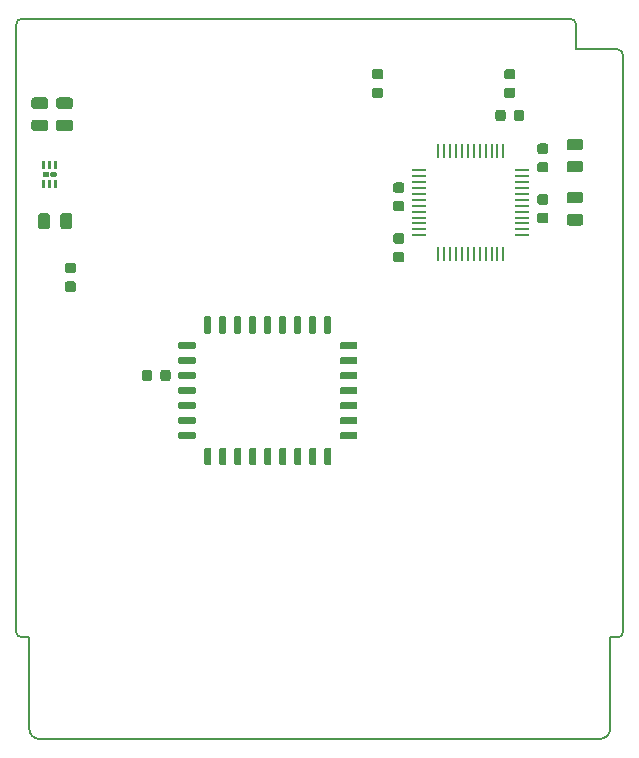
<source format=gbr>
G04 #@! TF.GenerationSoftware,KiCad,Pcbnew,5.1.5-52549c5~84~ubuntu19.10.1*
G04 #@! TF.CreationDate,2020-02-14T19:30:31+02:00*
G04 #@! TF.ProjectId,GB-CART256K-A,47422d43-4152-4543-9235-364b2d412e6b,v1.2*
G04 #@! TF.SameCoordinates,Original*
G04 #@! TF.FileFunction,Paste,Top*
G04 #@! TF.FilePolarity,Positive*
%FSLAX46Y46*%
G04 Gerber Fmt 4.6, Leading zero omitted, Abs format (unit mm)*
G04 Created by KiCad (PCBNEW 5.1.5-52549c5~84~ubuntu19.10.1) date 2020-02-14 19:30:31*
%MOMM*%
%LPD*%
G04 APERTURE LIST*
%ADD10C,0.150000*%
%ADD11C,0.100000*%
%ADD12R,0.250000X1.300000*%
%ADD13R,1.300000X0.250000*%
G04 APERTURE END LIST*
D10*
X74800000Y-91400000D02*
G75*
G02X74300000Y-90900000I0J500000D01*
G01*
X74300000Y-39500000D02*
G75*
G02X74800000Y-39000000I500000J0D01*
G01*
X121200000Y-39000000D02*
G75*
G02X121700000Y-39500000I0J-500000D01*
G01*
X125200000Y-41600000D02*
G75*
G02X125700000Y-42100000I0J-500000D01*
G01*
X125700000Y-90900000D02*
G75*
G02X125200000Y-91400000I-500000J0D01*
G01*
X76300000Y-100000000D02*
G75*
G02X75400000Y-99100000I0J900000D01*
G01*
X124600000Y-99100000D02*
G75*
G02X123700000Y-100000000I-900000J0D01*
G01*
X121700000Y-39500000D02*
X121700000Y-41600000D01*
X74800000Y-39000000D02*
X121200000Y-39000000D01*
X125200000Y-41600000D02*
X121700000Y-41600000D01*
X74300000Y-90900000D02*
X74300000Y-39500000D01*
X75400000Y-91400000D02*
X74800000Y-91400000D01*
X75400000Y-99100000D02*
X75400000Y-91400000D01*
X125700000Y-90900000D02*
X125700000Y-42100000D01*
X124600000Y-91400000D02*
X125200000Y-91400000D01*
X124600000Y-99100000D02*
X124600000Y-91400000D01*
X76300000Y-100000000D02*
X123700000Y-100000000D01*
D11*
G36*
X85615423Y-68732013D02*
G01*
X85636658Y-68735163D01*
X85657482Y-68740379D01*
X85677694Y-68747611D01*
X85697100Y-68756790D01*
X85715513Y-68767826D01*
X85732756Y-68780614D01*
X85748662Y-68795030D01*
X85763078Y-68810936D01*
X85775866Y-68828179D01*
X85786902Y-68846592D01*
X85796081Y-68865998D01*
X85803313Y-68886210D01*
X85808529Y-68907034D01*
X85811679Y-68928269D01*
X85812732Y-68949710D01*
X85812732Y-69462210D01*
X85811679Y-69483651D01*
X85808529Y-69504886D01*
X85803313Y-69525710D01*
X85796081Y-69545922D01*
X85786902Y-69565328D01*
X85775866Y-69583741D01*
X85763078Y-69600984D01*
X85748662Y-69616890D01*
X85732756Y-69631306D01*
X85715513Y-69644094D01*
X85697100Y-69655130D01*
X85677694Y-69664309D01*
X85657482Y-69671541D01*
X85636658Y-69676757D01*
X85615423Y-69679907D01*
X85593982Y-69680960D01*
X85156482Y-69680960D01*
X85135041Y-69679907D01*
X85113806Y-69676757D01*
X85092982Y-69671541D01*
X85072770Y-69664309D01*
X85053364Y-69655130D01*
X85034951Y-69644094D01*
X85017708Y-69631306D01*
X85001802Y-69616890D01*
X84987386Y-69600984D01*
X84974598Y-69583741D01*
X84963562Y-69565328D01*
X84954383Y-69545922D01*
X84947151Y-69525710D01*
X84941935Y-69504886D01*
X84938785Y-69483651D01*
X84937732Y-69462210D01*
X84937732Y-68949710D01*
X84938785Y-68928269D01*
X84941935Y-68907034D01*
X84947151Y-68886210D01*
X84954383Y-68865998D01*
X84963562Y-68846592D01*
X84974598Y-68828179D01*
X84987386Y-68810936D01*
X85001802Y-68795030D01*
X85017708Y-68780614D01*
X85034951Y-68767826D01*
X85053364Y-68756790D01*
X85072770Y-68747611D01*
X85092982Y-68740379D01*
X85113806Y-68735163D01*
X85135041Y-68732013D01*
X85156482Y-68730960D01*
X85593982Y-68730960D01*
X85615423Y-68732013D01*
G37*
G36*
X87190423Y-68732013D02*
G01*
X87211658Y-68735163D01*
X87232482Y-68740379D01*
X87252694Y-68747611D01*
X87272100Y-68756790D01*
X87290513Y-68767826D01*
X87307756Y-68780614D01*
X87323662Y-68795030D01*
X87338078Y-68810936D01*
X87350866Y-68828179D01*
X87361902Y-68846592D01*
X87371081Y-68865998D01*
X87378313Y-68886210D01*
X87383529Y-68907034D01*
X87386679Y-68928269D01*
X87387732Y-68949710D01*
X87387732Y-69462210D01*
X87386679Y-69483651D01*
X87383529Y-69504886D01*
X87378313Y-69525710D01*
X87371081Y-69545922D01*
X87361902Y-69565328D01*
X87350866Y-69583741D01*
X87338078Y-69600984D01*
X87323662Y-69616890D01*
X87307756Y-69631306D01*
X87290513Y-69644094D01*
X87272100Y-69655130D01*
X87252694Y-69664309D01*
X87232482Y-69671541D01*
X87211658Y-69676757D01*
X87190423Y-69679907D01*
X87168982Y-69680960D01*
X86731482Y-69680960D01*
X86710041Y-69679907D01*
X86688806Y-69676757D01*
X86667982Y-69671541D01*
X86647770Y-69664309D01*
X86628364Y-69655130D01*
X86609951Y-69644094D01*
X86592708Y-69631306D01*
X86576802Y-69616890D01*
X86562386Y-69600984D01*
X86549598Y-69583741D01*
X86538562Y-69565328D01*
X86529383Y-69545922D01*
X86522151Y-69525710D01*
X86516935Y-69504886D01*
X86513785Y-69483651D01*
X86512732Y-69462210D01*
X86512732Y-68949710D01*
X86513785Y-68928269D01*
X86516935Y-68907034D01*
X86522151Y-68886210D01*
X86529383Y-68865998D01*
X86538562Y-68846592D01*
X86549598Y-68828179D01*
X86562386Y-68810936D01*
X86576802Y-68795030D01*
X86592708Y-68780614D01*
X86609951Y-68767826D01*
X86628364Y-68756790D01*
X86647770Y-68747611D01*
X86667982Y-68740379D01*
X86688806Y-68735163D01*
X86710041Y-68732013D01*
X86731482Y-68730960D01*
X87168982Y-68730960D01*
X87190423Y-68732013D01*
G37*
G36*
X119177691Y-55451053D02*
G01*
X119198926Y-55454203D01*
X119219750Y-55459419D01*
X119239962Y-55466651D01*
X119259368Y-55475830D01*
X119277781Y-55486866D01*
X119295024Y-55499654D01*
X119310930Y-55514070D01*
X119325346Y-55529976D01*
X119338134Y-55547219D01*
X119349170Y-55565632D01*
X119358349Y-55585038D01*
X119365581Y-55605250D01*
X119370797Y-55626074D01*
X119373947Y-55647309D01*
X119375000Y-55668750D01*
X119375000Y-56106250D01*
X119373947Y-56127691D01*
X119370797Y-56148926D01*
X119365581Y-56169750D01*
X119358349Y-56189962D01*
X119349170Y-56209368D01*
X119338134Y-56227781D01*
X119325346Y-56245024D01*
X119310930Y-56260930D01*
X119295024Y-56275346D01*
X119277781Y-56288134D01*
X119259368Y-56299170D01*
X119239962Y-56308349D01*
X119219750Y-56315581D01*
X119198926Y-56320797D01*
X119177691Y-56323947D01*
X119156250Y-56325000D01*
X118643750Y-56325000D01*
X118622309Y-56323947D01*
X118601074Y-56320797D01*
X118580250Y-56315581D01*
X118560038Y-56308349D01*
X118540632Y-56299170D01*
X118522219Y-56288134D01*
X118504976Y-56275346D01*
X118489070Y-56260930D01*
X118474654Y-56245024D01*
X118461866Y-56227781D01*
X118450830Y-56209368D01*
X118441651Y-56189962D01*
X118434419Y-56169750D01*
X118429203Y-56148926D01*
X118426053Y-56127691D01*
X118425000Y-56106250D01*
X118425000Y-55668750D01*
X118426053Y-55647309D01*
X118429203Y-55626074D01*
X118434419Y-55605250D01*
X118441651Y-55585038D01*
X118450830Y-55565632D01*
X118461866Y-55547219D01*
X118474654Y-55529976D01*
X118489070Y-55514070D01*
X118504976Y-55499654D01*
X118522219Y-55486866D01*
X118540632Y-55475830D01*
X118560038Y-55466651D01*
X118580250Y-55459419D01*
X118601074Y-55454203D01*
X118622309Y-55451053D01*
X118643750Y-55450000D01*
X119156250Y-55450000D01*
X119177691Y-55451053D01*
G37*
G36*
X119177691Y-53876053D02*
G01*
X119198926Y-53879203D01*
X119219750Y-53884419D01*
X119239962Y-53891651D01*
X119259368Y-53900830D01*
X119277781Y-53911866D01*
X119295024Y-53924654D01*
X119310930Y-53939070D01*
X119325346Y-53954976D01*
X119338134Y-53972219D01*
X119349170Y-53990632D01*
X119358349Y-54010038D01*
X119365581Y-54030250D01*
X119370797Y-54051074D01*
X119373947Y-54072309D01*
X119375000Y-54093750D01*
X119375000Y-54531250D01*
X119373947Y-54552691D01*
X119370797Y-54573926D01*
X119365581Y-54594750D01*
X119358349Y-54614962D01*
X119349170Y-54634368D01*
X119338134Y-54652781D01*
X119325346Y-54670024D01*
X119310930Y-54685930D01*
X119295024Y-54700346D01*
X119277781Y-54713134D01*
X119259368Y-54724170D01*
X119239962Y-54733349D01*
X119219750Y-54740581D01*
X119198926Y-54745797D01*
X119177691Y-54748947D01*
X119156250Y-54750000D01*
X118643750Y-54750000D01*
X118622309Y-54748947D01*
X118601074Y-54745797D01*
X118580250Y-54740581D01*
X118560038Y-54733349D01*
X118540632Y-54724170D01*
X118522219Y-54713134D01*
X118504976Y-54700346D01*
X118489070Y-54685930D01*
X118474654Y-54670024D01*
X118461866Y-54652781D01*
X118450830Y-54634368D01*
X118441651Y-54614962D01*
X118434419Y-54594750D01*
X118429203Y-54573926D01*
X118426053Y-54552691D01*
X118425000Y-54531250D01*
X118425000Y-54093750D01*
X118426053Y-54072309D01*
X118429203Y-54051074D01*
X118434419Y-54030250D01*
X118441651Y-54010038D01*
X118450830Y-53990632D01*
X118461866Y-53972219D01*
X118474654Y-53954976D01*
X118489070Y-53939070D01*
X118504976Y-53924654D01*
X118522219Y-53911866D01*
X118540632Y-53900830D01*
X118560038Y-53891651D01*
X118580250Y-53884419D01*
X118601074Y-53879203D01*
X118622309Y-53876053D01*
X118643750Y-53875000D01*
X119156250Y-53875000D01*
X119177691Y-53876053D01*
G37*
G36*
X106977691Y-52876053D02*
G01*
X106998926Y-52879203D01*
X107019750Y-52884419D01*
X107039962Y-52891651D01*
X107059368Y-52900830D01*
X107077781Y-52911866D01*
X107095024Y-52924654D01*
X107110930Y-52939070D01*
X107125346Y-52954976D01*
X107138134Y-52972219D01*
X107149170Y-52990632D01*
X107158349Y-53010038D01*
X107165581Y-53030250D01*
X107170797Y-53051074D01*
X107173947Y-53072309D01*
X107175000Y-53093750D01*
X107175000Y-53531250D01*
X107173947Y-53552691D01*
X107170797Y-53573926D01*
X107165581Y-53594750D01*
X107158349Y-53614962D01*
X107149170Y-53634368D01*
X107138134Y-53652781D01*
X107125346Y-53670024D01*
X107110930Y-53685930D01*
X107095024Y-53700346D01*
X107077781Y-53713134D01*
X107059368Y-53724170D01*
X107039962Y-53733349D01*
X107019750Y-53740581D01*
X106998926Y-53745797D01*
X106977691Y-53748947D01*
X106956250Y-53750000D01*
X106443750Y-53750000D01*
X106422309Y-53748947D01*
X106401074Y-53745797D01*
X106380250Y-53740581D01*
X106360038Y-53733349D01*
X106340632Y-53724170D01*
X106322219Y-53713134D01*
X106304976Y-53700346D01*
X106289070Y-53685930D01*
X106274654Y-53670024D01*
X106261866Y-53652781D01*
X106250830Y-53634368D01*
X106241651Y-53614962D01*
X106234419Y-53594750D01*
X106229203Y-53573926D01*
X106226053Y-53552691D01*
X106225000Y-53531250D01*
X106225000Y-53093750D01*
X106226053Y-53072309D01*
X106229203Y-53051074D01*
X106234419Y-53030250D01*
X106241651Y-53010038D01*
X106250830Y-52990632D01*
X106261866Y-52972219D01*
X106274654Y-52954976D01*
X106289070Y-52939070D01*
X106304976Y-52924654D01*
X106322219Y-52911866D01*
X106340632Y-52900830D01*
X106360038Y-52891651D01*
X106380250Y-52884419D01*
X106401074Y-52879203D01*
X106422309Y-52876053D01*
X106443750Y-52875000D01*
X106956250Y-52875000D01*
X106977691Y-52876053D01*
G37*
G36*
X106977691Y-54451053D02*
G01*
X106998926Y-54454203D01*
X107019750Y-54459419D01*
X107039962Y-54466651D01*
X107059368Y-54475830D01*
X107077781Y-54486866D01*
X107095024Y-54499654D01*
X107110930Y-54514070D01*
X107125346Y-54529976D01*
X107138134Y-54547219D01*
X107149170Y-54565632D01*
X107158349Y-54585038D01*
X107165581Y-54605250D01*
X107170797Y-54626074D01*
X107173947Y-54647309D01*
X107175000Y-54668750D01*
X107175000Y-55106250D01*
X107173947Y-55127691D01*
X107170797Y-55148926D01*
X107165581Y-55169750D01*
X107158349Y-55189962D01*
X107149170Y-55209368D01*
X107138134Y-55227781D01*
X107125346Y-55245024D01*
X107110930Y-55260930D01*
X107095024Y-55275346D01*
X107077781Y-55288134D01*
X107059368Y-55299170D01*
X107039962Y-55308349D01*
X107019750Y-55315581D01*
X106998926Y-55320797D01*
X106977691Y-55323947D01*
X106956250Y-55325000D01*
X106443750Y-55325000D01*
X106422309Y-55323947D01*
X106401074Y-55320797D01*
X106380250Y-55315581D01*
X106360038Y-55308349D01*
X106340632Y-55299170D01*
X106322219Y-55288134D01*
X106304976Y-55275346D01*
X106289070Y-55260930D01*
X106274654Y-55245024D01*
X106261866Y-55227781D01*
X106250830Y-55209368D01*
X106241651Y-55189962D01*
X106234419Y-55169750D01*
X106229203Y-55148926D01*
X106226053Y-55127691D01*
X106225000Y-55106250D01*
X106225000Y-54668750D01*
X106226053Y-54647309D01*
X106229203Y-54626074D01*
X106234419Y-54605250D01*
X106241651Y-54585038D01*
X106250830Y-54565632D01*
X106261866Y-54547219D01*
X106274654Y-54529976D01*
X106289070Y-54514070D01*
X106304976Y-54499654D01*
X106322219Y-54486866D01*
X106340632Y-54475830D01*
X106360038Y-54466651D01*
X106380250Y-54459419D01*
X106401074Y-54454203D01*
X106422309Y-54451053D01*
X106443750Y-54450000D01*
X106956250Y-54450000D01*
X106977691Y-54451053D01*
G37*
G36*
X106977691Y-58751053D02*
G01*
X106998926Y-58754203D01*
X107019750Y-58759419D01*
X107039962Y-58766651D01*
X107059368Y-58775830D01*
X107077781Y-58786866D01*
X107095024Y-58799654D01*
X107110930Y-58814070D01*
X107125346Y-58829976D01*
X107138134Y-58847219D01*
X107149170Y-58865632D01*
X107158349Y-58885038D01*
X107165581Y-58905250D01*
X107170797Y-58926074D01*
X107173947Y-58947309D01*
X107175000Y-58968750D01*
X107175000Y-59406250D01*
X107173947Y-59427691D01*
X107170797Y-59448926D01*
X107165581Y-59469750D01*
X107158349Y-59489962D01*
X107149170Y-59509368D01*
X107138134Y-59527781D01*
X107125346Y-59545024D01*
X107110930Y-59560930D01*
X107095024Y-59575346D01*
X107077781Y-59588134D01*
X107059368Y-59599170D01*
X107039962Y-59608349D01*
X107019750Y-59615581D01*
X106998926Y-59620797D01*
X106977691Y-59623947D01*
X106956250Y-59625000D01*
X106443750Y-59625000D01*
X106422309Y-59623947D01*
X106401074Y-59620797D01*
X106380250Y-59615581D01*
X106360038Y-59608349D01*
X106340632Y-59599170D01*
X106322219Y-59588134D01*
X106304976Y-59575346D01*
X106289070Y-59560930D01*
X106274654Y-59545024D01*
X106261866Y-59527781D01*
X106250830Y-59509368D01*
X106241651Y-59489962D01*
X106234419Y-59469750D01*
X106229203Y-59448926D01*
X106226053Y-59427691D01*
X106225000Y-59406250D01*
X106225000Y-58968750D01*
X106226053Y-58947309D01*
X106229203Y-58926074D01*
X106234419Y-58905250D01*
X106241651Y-58885038D01*
X106250830Y-58865632D01*
X106261866Y-58847219D01*
X106274654Y-58829976D01*
X106289070Y-58814070D01*
X106304976Y-58799654D01*
X106322219Y-58786866D01*
X106340632Y-58775830D01*
X106360038Y-58766651D01*
X106380250Y-58759419D01*
X106401074Y-58754203D01*
X106422309Y-58751053D01*
X106443750Y-58750000D01*
X106956250Y-58750000D01*
X106977691Y-58751053D01*
G37*
G36*
X106977691Y-57176053D02*
G01*
X106998926Y-57179203D01*
X107019750Y-57184419D01*
X107039962Y-57191651D01*
X107059368Y-57200830D01*
X107077781Y-57211866D01*
X107095024Y-57224654D01*
X107110930Y-57239070D01*
X107125346Y-57254976D01*
X107138134Y-57272219D01*
X107149170Y-57290632D01*
X107158349Y-57310038D01*
X107165581Y-57330250D01*
X107170797Y-57351074D01*
X107173947Y-57372309D01*
X107175000Y-57393750D01*
X107175000Y-57831250D01*
X107173947Y-57852691D01*
X107170797Y-57873926D01*
X107165581Y-57894750D01*
X107158349Y-57914962D01*
X107149170Y-57934368D01*
X107138134Y-57952781D01*
X107125346Y-57970024D01*
X107110930Y-57985930D01*
X107095024Y-58000346D01*
X107077781Y-58013134D01*
X107059368Y-58024170D01*
X107039962Y-58033349D01*
X107019750Y-58040581D01*
X106998926Y-58045797D01*
X106977691Y-58048947D01*
X106956250Y-58050000D01*
X106443750Y-58050000D01*
X106422309Y-58048947D01*
X106401074Y-58045797D01*
X106380250Y-58040581D01*
X106360038Y-58033349D01*
X106340632Y-58024170D01*
X106322219Y-58013134D01*
X106304976Y-58000346D01*
X106289070Y-57985930D01*
X106274654Y-57970024D01*
X106261866Y-57952781D01*
X106250830Y-57934368D01*
X106241651Y-57914962D01*
X106234419Y-57894750D01*
X106229203Y-57873926D01*
X106226053Y-57852691D01*
X106225000Y-57831250D01*
X106225000Y-57393750D01*
X106226053Y-57372309D01*
X106229203Y-57351074D01*
X106234419Y-57330250D01*
X106241651Y-57310038D01*
X106250830Y-57290632D01*
X106261866Y-57272219D01*
X106274654Y-57254976D01*
X106289070Y-57239070D01*
X106304976Y-57224654D01*
X106322219Y-57211866D01*
X106340632Y-57200830D01*
X106360038Y-57191651D01*
X106380250Y-57184419D01*
X106401074Y-57179203D01*
X106422309Y-57176053D01*
X106443750Y-57175000D01*
X106956250Y-57175000D01*
X106977691Y-57176053D01*
G37*
G36*
X119177691Y-49576053D02*
G01*
X119198926Y-49579203D01*
X119219750Y-49584419D01*
X119239962Y-49591651D01*
X119259368Y-49600830D01*
X119277781Y-49611866D01*
X119295024Y-49624654D01*
X119310930Y-49639070D01*
X119325346Y-49654976D01*
X119338134Y-49672219D01*
X119349170Y-49690632D01*
X119358349Y-49710038D01*
X119365581Y-49730250D01*
X119370797Y-49751074D01*
X119373947Y-49772309D01*
X119375000Y-49793750D01*
X119375000Y-50231250D01*
X119373947Y-50252691D01*
X119370797Y-50273926D01*
X119365581Y-50294750D01*
X119358349Y-50314962D01*
X119349170Y-50334368D01*
X119338134Y-50352781D01*
X119325346Y-50370024D01*
X119310930Y-50385930D01*
X119295024Y-50400346D01*
X119277781Y-50413134D01*
X119259368Y-50424170D01*
X119239962Y-50433349D01*
X119219750Y-50440581D01*
X119198926Y-50445797D01*
X119177691Y-50448947D01*
X119156250Y-50450000D01*
X118643750Y-50450000D01*
X118622309Y-50448947D01*
X118601074Y-50445797D01*
X118580250Y-50440581D01*
X118560038Y-50433349D01*
X118540632Y-50424170D01*
X118522219Y-50413134D01*
X118504976Y-50400346D01*
X118489070Y-50385930D01*
X118474654Y-50370024D01*
X118461866Y-50352781D01*
X118450830Y-50334368D01*
X118441651Y-50314962D01*
X118434419Y-50294750D01*
X118429203Y-50273926D01*
X118426053Y-50252691D01*
X118425000Y-50231250D01*
X118425000Y-49793750D01*
X118426053Y-49772309D01*
X118429203Y-49751074D01*
X118434419Y-49730250D01*
X118441651Y-49710038D01*
X118450830Y-49690632D01*
X118461866Y-49672219D01*
X118474654Y-49654976D01*
X118489070Y-49639070D01*
X118504976Y-49624654D01*
X118522219Y-49611866D01*
X118540632Y-49600830D01*
X118560038Y-49591651D01*
X118580250Y-49584419D01*
X118601074Y-49579203D01*
X118622309Y-49576053D01*
X118643750Y-49575000D01*
X119156250Y-49575000D01*
X119177691Y-49576053D01*
G37*
G36*
X119177691Y-51151053D02*
G01*
X119198926Y-51154203D01*
X119219750Y-51159419D01*
X119239962Y-51166651D01*
X119259368Y-51175830D01*
X119277781Y-51186866D01*
X119295024Y-51199654D01*
X119310930Y-51214070D01*
X119325346Y-51229976D01*
X119338134Y-51247219D01*
X119349170Y-51265632D01*
X119358349Y-51285038D01*
X119365581Y-51305250D01*
X119370797Y-51326074D01*
X119373947Y-51347309D01*
X119375000Y-51368750D01*
X119375000Y-51806250D01*
X119373947Y-51827691D01*
X119370797Y-51848926D01*
X119365581Y-51869750D01*
X119358349Y-51889962D01*
X119349170Y-51909368D01*
X119338134Y-51927781D01*
X119325346Y-51945024D01*
X119310930Y-51960930D01*
X119295024Y-51975346D01*
X119277781Y-51988134D01*
X119259368Y-51999170D01*
X119239962Y-52008349D01*
X119219750Y-52015581D01*
X119198926Y-52020797D01*
X119177691Y-52023947D01*
X119156250Y-52025000D01*
X118643750Y-52025000D01*
X118622309Y-52023947D01*
X118601074Y-52020797D01*
X118580250Y-52015581D01*
X118560038Y-52008349D01*
X118540632Y-51999170D01*
X118522219Y-51988134D01*
X118504976Y-51975346D01*
X118489070Y-51960930D01*
X118474654Y-51945024D01*
X118461866Y-51927781D01*
X118450830Y-51909368D01*
X118441651Y-51889962D01*
X118434419Y-51869750D01*
X118429203Y-51848926D01*
X118426053Y-51827691D01*
X118425000Y-51806250D01*
X118425000Y-51368750D01*
X118426053Y-51347309D01*
X118429203Y-51326074D01*
X118434419Y-51305250D01*
X118441651Y-51285038D01*
X118450830Y-51265632D01*
X118461866Y-51247219D01*
X118474654Y-51229976D01*
X118489070Y-51214070D01*
X118504976Y-51199654D01*
X118522219Y-51186866D01*
X118540632Y-51175830D01*
X118560038Y-51166651D01*
X118580250Y-51159419D01*
X118601074Y-51154203D01*
X118622309Y-51151053D01*
X118643750Y-51150000D01*
X119156250Y-51150000D01*
X119177691Y-51151053D01*
G37*
G36*
X78880142Y-45676174D02*
G01*
X78903803Y-45679684D01*
X78927007Y-45685496D01*
X78949529Y-45693554D01*
X78971153Y-45703782D01*
X78991670Y-45716079D01*
X79010883Y-45730329D01*
X79028607Y-45746393D01*
X79044671Y-45764117D01*
X79058921Y-45783330D01*
X79071218Y-45803847D01*
X79081446Y-45825471D01*
X79089504Y-45847993D01*
X79095316Y-45871197D01*
X79098826Y-45894858D01*
X79100000Y-45918750D01*
X79100000Y-46406250D01*
X79098826Y-46430142D01*
X79095316Y-46453803D01*
X79089504Y-46477007D01*
X79081446Y-46499529D01*
X79071218Y-46521153D01*
X79058921Y-46541670D01*
X79044671Y-46560883D01*
X79028607Y-46578607D01*
X79010883Y-46594671D01*
X78991670Y-46608921D01*
X78971153Y-46621218D01*
X78949529Y-46631446D01*
X78927007Y-46639504D01*
X78903803Y-46645316D01*
X78880142Y-46648826D01*
X78856250Y-46650000D01*
X77943750Y-46650000D01*
X77919858Y-46648826D01*
X77896197Y-46645316D01*
X77872993Y-46639504D01*
X77850471Y-46631446D01*
X77828847Y-46621218D01*
X77808330Y-46608921D01*
X77789117Y-46594671D01*
X77771393Y-46578607D01*
X77755329Y-46560883D01*
X77741079Y-46541670D01*
X77728782Y-46521153D01*
X77718554Y-46499529D01*
X77710496Y-46477007D01*
X77704684Y-46453803D01*
X77701174Y-46430142D01*
X77700000Y-46406250D01*
X77700000Y-45918750D01*
X77701174Y-45894858D01*
X77704684Y-45871197D01*
X77710496Y-45847993D01*
X77718554Y-45825471D01*
X77728782Y-45803847D01*
X77741079Y-45783330D01*
X77755329Y-45764117D01*
X77771393Y-45746393D01*
X77789117Y-45730329D01*
X77808330Y-45716079D01*
X77828847Y-45703782D01*
X77850471Y-45693554D01*
X77872993Y-45685496D01*
X77896197Y-45679684D01*
X77919858Y-45676174D01*
X77943750Y-45675000D01*
X78856250Y-45675000D01*
X78880142Y-45676174D01*
G37*
G36*
X78880142Y-47551174D02*
G01*
X78903803Y-47554684D01*
X78927007Y-47560496D01*
X78949529Y-47568554D01*
X78971153Y-47578782D01*
X78991670Y-47591079D01*
X79010883Y-47605329D01*
X79028607Y-47621393D01*
X79044671Y-47639117D01*
X79058921Y-47658330D01*
X79071218Y-47678847D01*
X79081446Y-47700471D01*
X79089504Y-47722993D01*
X79095316Y-47746197D01*
X79098826Y-47769858D01*
X79100000Y-47793750D01*
X79100000Y-48281250D01*
X79098826Y-48305142D01*
X79095316Y-48328803D01*
X79089504Y-48352007D01*
X79081446Y-48374529D01*
X79071218Y-48396153D01*
X79058921Y-48416670D01*
X79044671Y-48435883D01*
X79028607Y-48453607D01*
X79010883Y-48469671D01*
X78991670Y-48483921D01*
X78971153Y-48496218D01*
X78949529Y-48506446D01*
X78927007Y-48514504D01*
X78903803Y-48520316D01*
X78880142Y-48523826D01*
X78856250Y-48525000D01*
X77943750Y-48525000D01*
X77919858Y-48523826D01*
X77896197Y-48520316D01*
X77872993Y-48514504D01*
X77850471Y-48506446D01*
X77828847Y-48496218D01*
X77808330Y-48483921D01*
X77789117Y-48469671D01*
X77771393Y-48453607D01*
X77755329Y-48435883D01*
X77741079Y-48416670D01*
X77728782Y-48396153D01*
X77718554Y-48374529D01*
X77710496Y-48352007D01*
X77704684Y-48328803D01*
X77701174Y-48305142D01*
X77700000Y-48281250D01*
X77700000Y-47793750D01*
X77701174Y-47769858D01*
X77704684Y-47746197D01*
X77710496Y-47722993D01*
X77718554Y-47700471D01*
X77728782Y-47678847D01*
X77741079Y-47658330D01*
X77755329Y-47639117D01*
X77771393Y-47621393D01*
X77789117Y-47605329D01*
X77808330Y-47591079D01*
X77828847Y-47578782D01*
X77850471Y-47568554D01*
X77872993Y-47560496D01*
X77896197Y-47554684D01*
X77919858Y-47551174D01*
X77943750Y-47550000D01*
X78856250Y-47550000D01*
X78880142Y-47551174D01*
G37*
G36*
X76780142Y-45676174D02*
G01*
X76803803Y-45679684D01*
X76827007Y-45685496D01*
X76849529Y-45693554D01*
X76871153Y-45703782D01*
X76891670Y-45716079D01*
X76910883Y-45730329D01*
X76928607Y-45746393D01*
X76944671Y-45764117D01*
X76958921Y-45783330D01*
X76971218Y-45803847D01*
X76981446Y-45825471D01*
X76989504Y-45847993D01*
X76995316Y-45871197D01*
X76998826Y-45894858D01*
X77000000Y-45918750D01*
X77000000Y-46406250D01*
X76998826Y-46430142D01*
X76995316Y-46453803D01*
X76989504Y-46477007D01*
X76981446Y-46499529D01*
X76971218Y-46521153D01*
X76958921Y-46541670D01*
X76944671Y-46560883D01*
X76928607Y-46578607D01*
X76910883Y-46594671D01*
X76891670Y-46608921D01*
X76871153Y-46621218D01*
X76849529Y-46631446D01*
X76827007Y-46639504D01*
X76803803Y-46645316D01*
X76780142Y-46648826D01*
X76756250Y-46650000D01*
X75843750Y-46650000D01*
X75819858Y-46648826D01*
X75796197Y-46645316D01*
X75772993Y-46639504D01*
X75750471Y-46631446D01*
X75728847Y-46621218D01*
X75708330Y-46608921D01*
X75689117Y-46594671D01*
X75671393Y-46578607D01*
X75655329Y-46560883D01*
X75641079Y-46541670D01*
X75628782Y-46521153D01*
X75618554Y-46499529D01*
X75610496Y-46477007D01*
X75604684Y-46453803D01*
X75601174Y-46430142D01*
X75600000Y-46406250D01*
X75600000Y-45918750D01*
X75601174Y-45894858D01*
X75604684Y-45871197D01*
X75610496Y-45847993D01*
X75618554Y-45825471D01*
X75628782Y-45803847D01*
X75641079Y-45783330D01*
X75655329Y-45764117D01*
X75671393Y-45746393D01*
X75689117Y-45730329D01*
X75708330Y-45716079D01*
X75728847Y-45703782D01*
X75750471Y-45693554D01*
X75772993Y-45685496D01*
X75796197Y-45679684D01*
X75819858Y-45676174D01*
X75843750Y-45675000D01*
X76756250Y-45675000D01*
X76780142Y-45676174D01*
G37*
G36*
X76780142Y-47551174D02*
G01*
X76803803Y-47554684D01*
X76827007Y-47560496D01*
X76849529Y-47568554D01*
X76871153Y-47578782D01*
X76891670Y-47591079D01*
X76910883Y-47605329D01*
X76928607Y-47621393D01*
X76944671Y-47639117D01*
X76958921Y-47658330D01*
X76971218Y-47678847D01*
X76981446Y-47700471D01*
X76989504Y-47722993D01*
X76995316Y-47746197D01*
X76998826Y-47769858D01*
X77000000Y-47793750D01*
X77000000Y-48281250D01*
X76998826Y-48305142D01*
X76995316Y-48328803D01*
X76989504Y-48352007D01*
X76981446Y-48374529D01*
X76971218Y-48396153D01*
X76958921Y-48416670D01*
X76944671Y-48435883D01*
X76928607Y-48453607D01*
X76910883Y-48469671D01*
X76891670Y-48483921D01*
X76871153Y-48496218D01*
X76849529Y-48506446D01*
X76827007Y-48514504D01*
X76803803Y-48520316D01*
X76780142Y-48523826D01*
X76756250Y-48525000D01*
X75843750Y-48525000D01*
X75819858Y-48523826D01*
X75796197Y-48520316D01*
X75772993Y-48514504D01*
X75750471Y-48506446D01*
X75728847Y-48496218D01*
X75708330Y-48483921D01*
X75689117Y-48469671D01*
X75671393Y-48453607D01*
X75655329Y-48435883D01*
X75641079Y-48416670D01*
X75628782Y-48396153D01*
X75618554Y-48374529D01*
X75610496Y-48352007D01*
X75604684Y-48328803D01*
X75601174Y-48305142D01*
X75600000Y-48281250D01*
X75600000Y-47793750D01*
X75601174Y-47769858D01*
X75604684Y-47746197D01*
X75610496Y-47722993D01*
X75618554Y-47700471D01*
X75628782Y-47678847D01*
X75641079Y-47658330D01*
X75655329Y-47639117D01*
X75671393Y-47621393D01*
X75689117Y-47605329D01*
X75708330Y-47591079D01*
X75728847Y-47578782D01*
X75750471Y-47568554D01*
X75772993Y-47560496D01*
X75796197Y-47554684D01*
X75819858Y-47551174D01*
X75843750Y-47550000D01*
X76756250Y-47550000D01*
X76780142Y-47551174D01*
G37*
G36*
X122080142Y-55551174D02*
G01*
X122103803Y-55554684D01*
X122127007Y-55560496D01*
X122149529Y-55568554D01*
X122171153Y-55578782D01*
X122191670Y-55591079D01*
X122210883Y-55605329D01*
X122228607Y-55621393D01*
X122244671Y-55639117D01*
X122258921Y-55658330D01*
X122271218Y-55678847D01*
X122281446Y-55700471D01*
X122289504Y-55722993D01*
X122295316Y-55746197D01*
X122298826Y-55769858D01*
X122300000Y-55793750D01*
X122300000Y-56281250D01*
X122298826Y-56305142D01*
X122295316Y-56328803D01*
X122289504Y-56352007D01*
X122281446Y-56374529D01*
X122271218Y-56396153D01*
X122258921Y-56416670D01*
X122244671Y-56435883D01*
X122228607Y-56453607D01*
X122210883Y-56469671D01*
X122191670Y-56483921D01*
X122171153Y-56496218D01*
X122149529Y-56506446D01*
X122127007Y-56514504D01*
X122103803Y-56520316D01*
X122080142Y-56523826D01*
X122056250Y-56525000D01*
X121143750Y-56525000D01*
X121119858Y-56523826D01*
X121096197Y-56520316D01*
X121072993Y-56514504D01*
X121050471Y-56506446D01*
X121028847Y-56496218D01*
X121008330Y-56483921D01*
X120989117Y-56469671D01*
X120971393Y-56453607D01*
X120955329Y-56435883D01*
X120941079Y-56416670D01*
X120928782Y-56396153D01*
X120918554Y-56374529D01*
X120910496Y-56352007D01*
X120904684Y-56328803D01*
X120901174Y-56305142D01*
X120900000Y-56281250D01*
X120900000Y-55793750D01*
X120901174Y-55769858D01*
X120904684Y-55746197D01*
X120910496Y-55722993D01*
X120918554Y-55700471D01*
X120928782Y-55678847D01*
X120941079Y-55658330D01*
X120955329Y-55639117D01*
X120971393Y-55621393D01*
X120989117Y-55605329D01*
X121008330Y-55591079D01*
X121028847Y-55578782D01*
X121050471Y-55568554D01*
X121072993Y-55560496D01*
X121096197Y-55554684D01*
X121119858Y-55551174D01*
X121143750Y-55550000D01*
X122056250Y-55550000D01*
X122080142Y-55551174D01*
G37*
G36*
X122080142Y-53676174D02*
G01*
X122103803Y-53679684D01*
X122127007Y-53685496D01*
X122149529Y-53693554D01*
X122171153Y-53703782D01*
X122191670Y-53716079D01*
X122210883Y-53730329D01*
X122228607Y-53746393D01*
X122244671Y-53764117D01*
X122258921Y-53783330D01*
X122271218Y-53803847D01*
X122281446Y-53825471D01*
X122289504Y-53847993D01*
X122295316Y-53871197D01*
X122298826Y-53894858D01*
X122300000Y-53918750D01*
X122300000Y-54406250D01*
X122298826Y-54430142D01*
X122295316Y-54453803D01*
X122289504Y-54477007D01*
X122281446Y-54499529D01*
X122271218Y-54521153D01*
X122258921Y-54541670D01*
X122244671Y-54560883D01*
X122228607Y-54578607D01*
X122210883Y-54594671D01*
X122191670Y-54608921D01*
X122171153Y-54621218D01*
X122149529Y-54631446D01*
X122127007Y-54639504D01*
X122103803Y-54645316D01*
X122080142Y-54648826D01*
X122056250Y-54650000D01*
X121143750Y-54650000D01*
X121119858Y-54648826D01*
X121096197Y-54645316D01*
X121072993Y-54639504D01*
X121050471Y-54631446D01*
X121028847Y-54621218D01*
X121008330Y-54608921D01*
X120989117Y-54594671D01*
X120971393Y-54578607D01*
X120955329Y-54560883D01*
X120941079Y-54541670D01*
X120928782Y-54521153D01*
X120918554Y-54499529D01*
X120910496Y-54477007D01*
X120904684Y-54453803D01*
X120901174Y-54430142D01*
X120900000Y-54406250D01*
X120900000Y-53918750D01*
X120901174Y-53894858D01*
X120904684Y-53871197D01*
X120910496Y-53847993D01*
X120918554Y-53825471D01*
X120928782Y-53803847D01*
X120941079Y-53783330D01*
X120955329Y-53764117D01*
X120971393Y-53746393D01*
X120989117Y-53730329D01*
X121008330Y-53716079D01*
X121028847Y-53703782D01*
X121050471Y-53693554D01*
X121072993Y-53685496D01*
X121096197Y-53679684D01*
X121119858Y-53676174D01*
X121143750Y-53675000D01*
X122056250Y-53675000D01*
X122080142Y-53676174D01*
G37*
G36*
X122080142Y-49176174D02*
G01*
X122103803Y-49179684D01*
X122127007Y-49185496D01*
X122149529Y-49193554D01*
X122171153Y-49203782D01*
X122191670Y-49216079D01*
X122210883Y-49230329D01*
X122228607Y-49246393D01*
X122244671Y-49264117D01*
X122258921Y-49283330D01*
X122271218Y-49303847D01*
X122281446Y-49325471D01*
X122289504Y-49347993D01*
X122295316Y-49371197D01*
X122298826Y-49394858D01*
X122300000Y-49418750D01*
X122300000Y-49906250D01*
X122298826Y-49930142D01*
X122295316Y-49953803D01*
X122289504Y-49977007D01*
X122281446Y-49999529D01*
X122271218Y-50021153D01*
X122258921Y-50041670D01*
X122244671Y-50060883D01*
X122228607Y-50078607D01*
X122210883Y-50094671D01*
X122191670Y-50108921D01*
X122171153Y-50121218D01*
X122149529Y-50131446D01*
X122127007Y-50139504D01*
X122103803Y-50145316D01*
X122080142Y-50148826D01*
X122056250Y-50150000D01*
X121143750Y-50150000D01*
X121119858Y-50148826D01*
X121096197Y-50145316D01*
X121072993Y-50139504D01*
X121050471Y-50131446D01*
X121028847Y-50121218D01*
X121008330Y-50108921D01*
X120989117Y-50094671D01*
X120971393Y-50078607D01*
X120955329Y-50060883D01*
X120941079Y-50041670D01*
X120928782Y-50021153D01*
X120918554Y-49999529D01*
X120910496Y-49977007D01*
X120904684Y-49953803D01*
X120901174Y-49930142D01*
X120900000Y-49906250D01*
X120900000Y-49418750D01*
X120901174Y-49394858D01*
X120904684Y-49371197D01*
X120910496Y-49347993D01*
X120918554Y-49325471D01*
X120928782Y-49303847D01*
X120941079Y-49283330D01*
X120955329Y-49264117D01*
X120971393Y-49246393D01*
X120989117Y-49230329D01*
X121008330Y-49216079D01*
X121028847Y-49203782D01*
X121050471Y-49193554D01*
X121072993Y-49185496D01*
X121096197Y-49179684D01*
X121119858Y-49176174D01*
X121143750Y-49175000D01*
X122056250Y-49175000D01*
X122080142Y-49176174D01*
G37*
G36*
X122080142Y-51051174D02*
G01*
X122103803Y-51054684D01*
X122127007Y-51060496D01*
X122149529Y-51068554D01*
X122171153Y-51078782D01*
X122191670Y-51091079D01*
X122210883Y-51105329D01*
X122228607Y-51121393D01*
X122244671Y-51139117D01*
X122258921Y-51158330D01*
X122271218Y-51178847D01*
X122281446Y-51200471D01*
X122289504Y-51222993D01*
X122295316Y-51246197D01*
X122298826Y-51269858D01*
X122300000Y-51293750D01*
X122300000Y-51781250D01*
X122298826Y-51805142D01*
X122295316Y-51828803D01*
X122289504Y-51852007D01*
X122281446Y-51874529D01*
X122271218Y-51896153D01*
X122258921Y-51916670D01*
X122244671Y-51935883D01*
X122228607Y-51953607D01*
X122210883Y-51969671D01*
X122191670Y-51983921D01*
X122171153Y-51996218D01*
X122149529Y-52006446D01*
X122127007Y-52014504D01*
X122103803Y-52020316D01*
X122080142Y-52023826D01*
X122056250Y-52025000D01*
X121143750Y-52025000D01*
X121119858Y-52023826D01*
X121096197Y-52020316D01*
X121072993Y-52014504D01*
X121050471Y-52006446D01*
X121028847Y-51996218D01*
X121008330Y-51983921D01*
X120989117Y-51969671D01*
X120971393Y-51953607D01*
X120955329Y-51935883D01*
X120941079Y-51916670D01*
X120928782Y-51896153D01*
X120918554Y-51874529D01*
X120910496Y-51852007D01*
X120904684Y-51828803D01*
X120901174Y-51805142D01*
X120900000Y-51781250D01*
X120900000Y-51293750D01*
X120901174Y-51269858D01*
X120904684Y-51246197D01*
X120910496Y-51222993D01*
X120918554Y-51200471D01*
X120928782Y-51178847D01*
X120941079Y-51158330D01*
X120955329Y-51139117D01*
X120971393Y-51121393D01*
X120989117Y-51105329D01*
X121008330Y-51091079D01*
X121028847Y-51078782D01*
X121050471Y-51068554D01*
X121072993Y-51060496D01*
X121096197Y-51054684D01*
X121119858Y-51051174D01*
X121143750Y-51050000D01*
X122056250Y-51050000D01*
X122080142Y-51051174D01*
G37*
G36*
X78805142Y-55451174D02*
G01*
X78828803Y-55454684D01*
X78852007Y-55460496D01*
X78874529Y-55468554D01*
X78896153Y-55478782D01*
X78916670Y-55491079D01*
X78935883Y-55505329D01*
X78953607Y-55521393D01*
X78969671Y-55539117D01*
X78983921Y-55558330D01*
X78996218Y-55578847D01*
X79006446Y-55600471D01*
X79014504Y-55622993D01*
X79020316Y-55646197D01*
X79023826Y-55669858D01*
X79025000Y-55693750D01*
X79025000Y-56606250D01*
X79023826Y-56630142D01*
X79020316Y-56653803D01*
X79014504Y-56677007D01*
X79006446Y-56699529D01*
X78996218Y-56721153D01*
X78983921Y-56741670D01*
X78969671Y-56760883D01*
X78953607Y-56778607D01*
X78935883Y-56794671D01*
X78916670Y-56808921D01*
X78896153Y-56821218D01*
X78874529Y-56831446D01*
X78852007Y-56839504D01*
X78828803Y-56845316D01*
X78805142Y-56848826D01*
X78781250Y-56850000D01*
X78293750Y-56850000D01*
X78269858Y-56848826D01*
X78246197Y-56845316D01*
X78222993Y-56839504D01*
X78200471Y-56831446D01*
X78178847Y-56821218D01*
X78158330Y-56808921D01*
X78139117Y-56794671D01*
X78121393Y-56778607D01*
X78105329Y-56760883D01*
X78091079Y-56741670D01*
X78078782Y-56721153D01*
X78068554Y-56699529D01*
X78060496Y-56677007D01*
X78054684Y-56653803D01*
X78051174Y-56630142D01*
X78050000Y-56606250D01*
X78050000Y-55693750D01*
X78051174Y-55669858D01*
X78054684Y-55646197D01*
X78060496Y-55622993D01*
X78068554Y-55600471D01*
X78078782Y-55578847D01*
X78091079Y-55558330D01*
X78105329Y-55539117D01*
X78121393Y-55521393D01*
X78139117Y-55505329D01*
X78158330Y-55491079D01*
X78178847Y-55478782D01*
X78200471Y-55468554D01*
X78222993Y-55460496D01*
X78246197Y-55454684D01*
X78269858Y-55451174D01*
X78293750Y-55450000D01*
X78781250Y-55450000D01*
X78805142Y-55451174D01*
G37*
G36*
X76930142Y-55451174D02*
G01*
X76953803Y-55454684D01*
X76977007Y-55460496D01*
X76999529Y-55468554D01*
X77021153Y-55478782D01*
X77041670Y-55491079D01*
X77060883Y-55505329D01*
X77078607Y-55521393D01*
X77094671Y-55539117D01*
X77108921Y-55558330D01*
X77121218Y-55578847D01*
X77131446Y-55600471D01*
X77139504Y-55622993D01*
X77145316Y-55646197D01*
X77148826Y-55669858D01*
X77150000Y-55693750D01*
X77150000Y-56606250D01*
X77148826Y-56630142D01*
X77145316Y-56653803D01*
X77139504Y-56677007D01*
X77131446Y-56699529D01*
X77121218Y-56721153D01*
X77108921Y-56741670D01*
X77094671Y-56760883D01*
X77078607Y-56778607D01*
X77060883Y-56794671D01*
X77041670Y-56808921D01*
X77021153Y-56821218D01*
X76999529Y-56831446D01*
X76977007Y-56839504D01*
X76953803Y-56845316D01*
X76930142Y-56848826D01*
X76906250Y-56850000D01*
X76418750Y-56850000D01*
X76394858Y-56848826D01*
X76371197Y-56845316D01*
X76347993Y-56839504D01*
X76325471Y-56831446D01*
X76303847Y-56821218D01*
X76283330Y-56808921D01*
X76264117Y-56794671D01*
X76246393Y-56778607D01*
X76230329Y-56760883D01*
X76216079Y-56741670D01*
X76203782Y-56721153D01*
X76193554Y-56699529D01*
X76185496Y-56677007D01*
X76179684Y-56653803D01*
X76176174Y-56630142D01*
X76175000Y-56606250D01*
X76175000Y-55693750D01*
X76176174Y-55669858D01*
X76179684Y-55646197D01*
X76185496Y-55622993D01*
X76193554Y-55600471D01*
X76203782Y-55578847D01*
X76216079Y-55558330D01*
X76230329Y-55539117D01*
X76246393Y-55521393D01*
X76264117Y-55505329D01*
X76283330Y-55491079D01*
X76303847Y-55478782D01*
X76325471Y-55468554D01*
X76347993Y-55460496D01*
X76371197Y-55454684D01*
X76394858Y-55451174D01*
X76418750Y-55450000D01*
X76906250Y-55450000D01*
X76930142Y-55451174D01*
G37*
G36*
X77629802Y-52000482D02*
G01*
X77639509Y-52001921D01*
X77649028Y-52004306D01*
X77658268Y-52007612D01*
X77667140Y-52011808D01*
X77675557Y-52016853D01*
X77683439Y-52022699D01*
X77690711Y-52029289D01*
X77697301Y-52036561D01*
X77703147Y-52044443D01*
X77708192Y-52052860D01*
X77712388Y-52061732D01*
X77715694Y-52070972D01*
X77718079Y-52080491D01*
X77719518Y-52090198D01*
X77720000Y-52100000D01*
X77720000Y-52300000D01*
X77719518Y-52309802D01*
X77718079Y-52319509D01*
X77715694Y-52329028D01*
X77712388Y-52338268D01*
X77708192Y-52347140D01*
X77703147Y-52355557D01*
X77697301Y-52363439D01*
X77690711Y-52370711D01*
X77683439Y-52377301D01*
X77675557Y-52383147D01*
X77667140Y-52388192D01*
X77658268Y-52392388D01*
X77649028Y-52395694D01*
X77639509Y-52398079D01*
X77629802Y-52399518D01*
X77620000Y-52400000D01*
X77310000Y-52400000D01*
X77300198Y-52399518D01*
X77290491Y-52398079D01*
X77280972Y-52395694D01*
X77271732Y-52392388D01*
X77262860Y-52388192D01*
X77254443Y-52383147D01*
X77246561Y-52377301D01*
X77239289Y-52370711D01*
X77232699Y-52363439D01*
X77226853Y-52355557D01*
X77221808Y-52347140D01*
X77217612Y-52338268D01*
X77214306Y-52329028D01*
X77211921Y-52319509D01*
X77210482Y-52309802D01*
X77210000Y-52300000D01*
X77210000Y-52100000D01*
X77210482Y-52090198D01*
X77211921Y-52080491D01*
X77214306Y-52070972D01*
X77217612Y-52061732D01*
X77221808Y-52052860D01*
X77226853Y-52044443D01*
X77232699Y-52036561D01*
X77239289Y-52029289D01*
X77246561Y-52022699D01*
X77254443Y-52016853D01*
X77262860Y-52011808D01*
X77271732Y-52007612D01*
X77280972Y-52004306D01*
X77290491Y-52001921D01*
X77300198Y-52000482D01*
X77310000Y-52000000D01*
X77620000Y-52000000D01*
X77629802Y-52000482D01*
G37*
G36*
X76999802Y-52000482D02*
G01*
X77009509Y-52001921D01*
X77019028Y-52004306D01*
X77028268Y-52007612D01*
X77037140Y-52011808D01*
X77045557Y-52016853D01*
X77053439Y-52022699D01*
X77060711Y-52029289D01*
X77067301Y-52036561D01*
X77073147Y-52044443D01*
X77078192Y-52052860D01*
X77082388Y-52061732D01*
X77085694Y-52070972D01*
X77088079Y-52080491D01*
X77089518Y-52090198D01*
X77090000Y-52100000D01*
X77090000Y-52300000D01*
X77089518Y-52309802D01*
X77088079Y-52319509D01*
X77085694Y-52329028D01*
X77082388Y-52338268D01*
X77078192Y-52347140D01*
X77073147Y-52355557D01*
X77067301Y-52363439D01*
X77060711Y-52370711D01*
X77053439Y-52377301D01*
X77045557Y-52383147D01*
X77037140Y-52388192D01*
X77028268Y-52392388D01*
X77019028Y-52395694D01*
X77009509Y-52398079D01*
X76999802Y-52399518D01*
X76990000Y-52400000D01*
X76680000Y-52400000D01*
X76670198Y-52399518D01*
X76660491Y-52398079D01*
X76650972Y-52395694D01*
X76641732Y-52392388D01*
X76632860Y-52388192D01*
X76624443Y-52383147D01*
X76616561Y-52377301D01*
X76609289Y-52370711D01*
X76602699Y-52363439D01*
X76596853Y-52355557D01*
X76591808Y-52347140D01*
X76587612Y-52338268D01*
X76584306Y-52329028D01*
X76581921Y-52319509D01*
X76580482Y-52309802D01*
X76580000Y-52300000D01*
X76580000Y-52100000D01*
X76580482Y-52090198D01*
X76581921Y-52080491D01*
X76584306Y-52070972D01*
X76587612Y-52061732D01*
X76591808Y-52052860D01*
X76596853Y-52044443D01*
X76602699Y-52036561D01*
X76609289Y-52029289D01*
X76616561Y-52022699D01*
X76624443Y-52016853D01*
X76632860Y-52011808D01*
X76641732Y-52007612D01*
X76650972Y-52004306D01*
X76660491Y-52001921D01*
X76670198Y-52000482D01*
X76680000Y-52000000D01*
X76990000Y-52000000D01*
X76999802Y-52000482D01*
G37*
G36*
X76718626Y-51050301D02*
G01*
X76724693Y-51051201D01*
X76730643Y-51052691D01*
X76736418Y-51054758D01*
X76741962Y-51057380D01*
X76747223Y-51060533D01*
X76752150Y-51064187D01*
X76756694Y-51068306D01*
X76760813Y-51072850D01*
X76764467Y-51077777D01*
X76767620Y-51083038D01*
X76770242Y-51088582D01*
X76772309Y-51094357D01*
X76773799Y-51100307D01*
X76774699Y-51106374D01*
X76775000Y-51112500D01*
X76775000Y-51687500D01*
X76774699Y-51693626D01*
X76773799Y-51699693D01*
X76772309Y-51705643D01*
X76770242Y-51711418D01*
X76767620Y-51716962D01*
X76764467Y-51722223D01*
X76760813Y-51727150D01*
X76756694Y-51731694D01*
X76752150Y-51735813D01*
X76747223Y-51739467D01*
X76741962Y-51742620D01*
X76736418Y-51745242D01*
X76730643Y-51747309D01*
X76724693Y-51748799D01*
X76718626Y-51749699D01*
X76712500Y-51750000D01*
X76587500Y-51750000D01*
X76581374Y-51749699D01*
X76575307Y-51748799D01*
X76569357Y-51747309D01*
X76563582Y-51745242D01*
X76558038Y-51742620D01*
X76552777Y-51739467D01*
X76547850Y-51735813D01*
X76543306Y-51731694D01*
X76539187Y-51727150D01*
X76535533Y-51722223D01*
X76532380Y-51716962D01*
X76529758Y-51711418D01*
X76527691Y-51705643D01*
X76526201Y-51699693D01*
X76525301Y-51693626D01*
X76525000Y-51687500D01*
X76525000Y-51112500D01*
X76525301Y-51106374D01*
X76526201Y-51100307D01*
X76527691Y-51094357D01*
X76529758Y-51088582D01*
X76532380Y-51083038D01*
X76535533Y-51077777D01*
X76539187Y-51072850D01*
X76543306Y-51068306D01*
X76547850Y-51064187D01*
X76552777Y-51060533D01*
X76558038Y-51057380D01*
X76563582Y-51054758D01*
X76569357Y-51052691D01*
X76575307Y-51051201D01*
X76581374Y-51050301D01*
X76587500Y-51050000D01*
X76712500Y-51050000D01*
X76718626Y-51050301D01*
G37*
G36*
X77218626Y-51050301D02*
G01*
X77224693Y-51051201D01*
X77230643Y-51052691D01*
X77236418Y-51054758D01*
X77241962Y-51057380D01*
X77247223Y-51060533D01*
X77252150Y-51064187D01*
X77256694Y-51068306D01*
X77260813Y-51072850D01*
X77264467Y-51077777D01*
X77267620Y-51083038D01*
X77270242Y-51088582D01*
X77272309Y-51094357D01*
X77273799Y-51100307D01*
X77274699Y-51106374D01*
X77275000Y-51112500D01*
X77275000Y-51687500D01*
X77274699Y-51693626D01*
X77273799Y-51699693D01*
X77272309Y-51705643D01*
X77270242Y-51711418D01*
X77267620Y-51716962D01*
X77264467Y-51722223D01*
X77260813Y-51727150D01*
X77256694Y-51731694D01*
X77252150Y-51735813D01*
X77247223Y-51739467D01*
X77241962Y-51742620D01*
X77236418Y-51745242D01*
X77230643Y-51747309D01*
X77224693Y-51748799D01*
X77218626Y-51749699D01*
X77212500Y-51750000D01*
X77087500Y-51750000D01*
X77081374Y-51749699D01*
X77075307Y-51748799D01*
X77069357Y-51747309D01*
X77063582Y-51745242D01*
X77058038Y-51742620D01*
X77052777Y-51739467D01*
X77047850Y-51735813D01*
X77043306Y-51731694D01*
X77039187Y-51727150D01*
X77035533Y-51722223D01*
X77032380Y-51716962D01*
X77029758Y-51711418D01*
X77027691Y-51705643D01*
X77026201Y-51699693D01*
X77025301Y-51693626D01*
X77025000Y-51687500D01*
X77025000Y-51112500D01*
X77025301Y-51106374D01*
X77026201Y-51100307D01*
X77027691Y-51094357D01*
X77029758Y-51088582D01*
X77032380Y-51083038D01*
X77035533Y-51077777D01*
X77039187Y-51072850D01*
X77043306Y-51068306D01*
X77047850Y-51064187D01*
X77052777Y-51060533D01*
X77058038Y-51057380D01*
X77063582Y-51054758D01*
X77069357Y-51052691D01*
X77075307Y-51051201D01*
X77081374Y-51050301D01*
X77087500Y-51050000D01*
X77212500Y-51050000D01*
X77218626Y-51050301D01*
G37*
G36*
X77718626Y-51050301D02*
G01*
X77724693Y-51051201D01*
X77730643Y-51052691D01*
X77736418Y-51054758D01*
X77741962Y-51057380D01*
X77747223Y-51060533D01*
X77752150Y-51064187D01*
X77756694Y-51068306D01*
X77760813Y-51072850D01*
X77764467Y-51077777D01*
X77767620Y-51083038D01*
X77770242Y-51088582D01*
X77772309Y-51094357D01*
X77773799Y-51100307D01*
X77774699Y-51106374D01*
X77775000Y-51112500D01*
X77775000Y-51687500D01*
X77774699Y-51693626D01*
X77773799Y-51699693D01*
X77772309Y-51705643D01*
X77770242Y-51711418D01*
X77767620Y-51716962D01*
X77764467Y-51722223D01*
X77760813Y-51727150D01*
X77756694Y-51731694D01*
X77752150Y-51735813D01*
X77747223Y-51739467D01*
X77741962Y-51742620D01*
X77736418Y-51745242D01*
X77730643Y-51747309D01*
X77724693Y-51748799D01*
X77718626Y-51749699D01*
X77712500Y-51750000D01*
X77587500Y-51750000D01*
X77581374Y-51749699D01*
X77575307Y-51748799D01*
X77569357Y-51747309D01*
X77563582Y-51745242D01*
X77558038Y-51742620D01*
X77552777Y-51739467D01*
X77547850Y-51735813D01*
X77543306Y-51731694D01*
X77539187Y-51727150D01*
X77535533Y-51722223D01*
X77532380Y-51716962D01*
X77529758Y-51711418D01*
X77527691Y-51705643D01*
X77526201Y-51699693D01*
X77525301Y-51693626D01*
X77525000Y-51687500D01*
X77525000Y-51112500D01*
X77525301Y-51106374D01*
X77526201Y-51100307D01*
X77527691Y-51094357D01*
X77529758Y-51088582D01*
X77532380Y-51083038D01*
X77535533Y-51077777D01*
X77539187Y-51072850D01*
X77543306Y-51068306D01*
X77547850Y-51064187D01*
X77552777Y-51060533D01*
X77558038Y-51057380D01*
X77563582Y-51054758D01*
X77569357Y-51052691D01*
X77575307Y-51051201D01*
X77581374Y-51050301D01*
X77587500Y-51050000D01*
X77712500Y-51050000D01*
X77718626Y-51050301D01*
G37*
G36*
X77718626Y-52650301D02*
G01*
X77724693Y-52651201D01*
X77730643Y-52652691D01*
X77736418Y-52654758D01*
X77741962Y-52657380D01*
X77747223Y-52660533D01*
X77752150Y-52664187D01*
X77756694Y-52668306D01*
X77760813Y-52672850D01*
X77764467Y-52677777D01*
X77767620Y-52683038D01*
X77770242Y-52688582D01*
X77772309Y-52694357D01*
X77773799Y-52700307D01*
X77774699Y-52706374D01*
X77775000Y-52712500D01*
X77775000Y-53287500D01*
X77774699Y-53293626D01*
X77773799Y-53299693D01*
X77772309Y-53305643D01*
X77770242Y-53311418D01*
X77767620Y-53316962D01*
X77764467Y-53322223D01*
X77760813Y-53327150D01*
X77756694Y-53331694D01*
X77752150Y-53335813D01*
X77747223Y-53339467D01*
X77741962Y-53342620D01*
X77736418Y-53345242D01*
X77730643Y-53347309D01*
X77724693Y-53348799D01*
X77718626Y-53349699D01*
X77712500Y-53350000D01*
X77587500Y-53350000D01*
X77581374Y-53349699D01*
X77575307Y-53348799D01*
X77569357Y-53347309D01*
X77563582Y-53345242D01*
X77558038Y-53342620D01*
X77552777Y-53339467D01*
X77547850Y-53335813D01*
X77543306Y-53331694D01*
X77539187Y-53327150D01*
X77535533Y-53322223D01*
X77532380Y-53316962D01*
X77529758Y-53311418D01*
X77527691Y-53305643D01*
X77526201Y-53299693D01*
X77525301Y-53293626D01*
X77525000Y-53287500D01*
X77525000Y-52712500D01*
X77525301Y-52706374D01*
X77526201Y-52700307D01*
X77527691Y-52694357D01*
X77529758Y-52688582D01*
X77532380Y-52683038D01*
X77535533Y-52677777D01*
X77539187Y-52672850D01*
X77543306Y-52668306D01*
X77547850Y-52664187D01*
X77552777Y-52660533D01*
X77558038Y-52657380D01*
X77563582Y-52654758D01*
X77569357Y-52652691D01*
X77575307Y-52651201D01*
X77581374Y-52650301D01*
X77587500Y-52650000D01*
X77712500Y-52650000D01*
X77718626Y-52650301D01*
G37*
G36*
X77218626Y-52650301D02*
G01*
X77224693Y-52651201D01*
X77230643Y-52652691D01*
X77236418Y-52654758D01*
X77241962Y-52657380D01*
X77247223Y-52660533D01*
X77252150Y-52664187D01*
X77256694Y-52668306D01*
X77260813Y-52672850D01*
X77264467Y-52677777D01*
X77267620Y-52683038D01*
X77270242Y-52688582D01*
X77272309Y-52694357D01*
X77273799Y-52700307D01*
X77274699Y-52706374D01*
X77275000Y-52712500D01*
X77275000Y-53287500D01*
X77274699Y-53293626D01*
X77273799Y-53299693D01*
X77272309Y-53305643D01*
X77270242Y-53311418D01*
X77267620Y-53316962D01*
X77264467Y-53322223D01*
X77260813Y-53327150D01*
X77256694Y-53331694D01*
X77252150Y-53335813D01*
X77247223Y-53339467D01*
X77241962Y-53342620D01*
X77236418Y-53345242D01*
X77230643Y-53347309D01*
X77224693Y-53348799D01*
X77218626Y-53349699D01*
X77212500Y-53350000D01*
X77087500Y-53350000D01*
X77081374Y-53349699D01*
X77075307Y-53348799D01*
X77069357Y-53347309D01*
X77063582Y-53345242D01*
X77058038Y-53342620D01*
X77052777Y-53339467D01*
X77047850Y-53335813D01*
X77043306Y-53331694D01*
X77039187Y-53327150D01*
X77035533Y-53322223D01*
X77032380Y-53316962D01*
X77029758Y-53311418D01*
X77027691Y-53305643D01*
X77026201Y-53299693D01*
X77025301Y-53293626D01*
X77025000Y-53287500D01*
X77025000Y-52712500D01*
X77025301Y-52706374D01*
X77026201Y-52700307D01*
X77027691Y-52694357D01*
X77029758Y-52688582D01*
X77032380Y-52683038D01*
X77035533Y-52677777D01*
X77039187Y-52672850D01*
X77043306Y-52668306D01*
X77047850Y-52664187D01*
X77052777Y-52660533D01*
X77058038Y-52657380D01*
X77063582Y-52654758D01*
X77069357Y-52652691D01*
X77075307Y-52651201D01*
X77081374Y-52650301D01*
X77087500Y-52650000D01*
X77212500Y-52650000D01*
X77218626Y-52650301D01*
G37*
G36*
X76718626Y-52650301D02*
G01*
X76724693Y-52651201D01*
X76730643Y-52652691D01*
X76736418Y-52654758D01*
X76741962Y-52657380D01*
X76747223Y-52660533D01*
X76752150Y-52664187D01*
X76756694Y-52668306D01*
X76760813Y-52672850D01*
X76764467Y-52677777D01*
X76767620Y-52683038D01*
X76770242Y-52688582D01*
X76772309Y-52694357D01*
X76773799Y-52700307D01*
X76774699Y-52706374D01*
X76775000Y-52712500D01*
X76775000Y-53287500D01*
X76774699Y-53293626D01*
X76773799Y-53299693D01*
X76772309Y-53305643D01*
X76770242Y-53311418D01*
X76767620Y-53316962D01*
X76764467Y-53322223D01*
X76760813Y-53327150D01*
X76756694Y-53331694D01*
X76752150Y-53335813D01*
X76747223Y-53339467D01*
X76741962Y-53342620D01*
X76736418Y-53345242D01*
X76730643Y-53347309D01*
X76724693Y-53348799D01*
X76718626Y-53349699D01*
X76712500Y-53350000D01*
X76587500Y-53350000D01*
X76581374Y-53349699D01*
X76575307Y-53348799D01*
X76569357Y-53347309D01*
X76563582Y-53345242D01*
X76558038Y-53342620D01*
X76552777Y-53339467D01*
X76547850Y-53335813D01*
X76543306Y-53331694D01*
X76539187Y-53327150D01*
X76535533Y-53322223D01*
X76532380Y-53316962D01*
X76529758Y-53311418D01*
X76527691Y-53305643D01*
X76526201Y-53299693D01*
X76525301Y-53293626D01*
X76525000Y-53287500D01*
X76525000Y-52712500D01*
X76525301Y-52706374D01*
X76526201Y-52700307D01*
X76527691Y-52694357D01*
X76529758Y-52688582D01*
X76532380Y-52683038D01*
X76535533Y-52677777D01*
X76539187Y-52672850D01*
X76543306Y-52668306D01*
X76547850Y-52664187D01*
X76552777Y-52660533D01*
X76558038Y-52657380D01*
X76563582Y-52654758D01*
X76569357Y-52652691D01*
X76575307Y-52651201D01*
X76581374Y-52650301D01*
X76587500Y-52650000D01*
X76712500Y-52650000D01*
X76718626Y-52650301D01*
G37*
G36*
X89377435Y-68936682D02*
G01*
X89391996Y-68938842D01*
X89406275Y-68942419D01*
X89420135Y-68947378D01*
X89433442Y-68953672D01*
X89446068Y-68961240D01*
X89457891Y-68970008D01*
X89468798Y-68979894D01*
X89478684Y-68990801D01*
X89487452Y-69002624D01*
X89495020Y-69015250D01*
X89501314Y-69028557D01*
X89506273Y-69042417D01*
X89509850Y-69056696D01*
X89512010Y-69071257D01*
X89512732Y-69085960D01*
X89512732Y-69385960D01*
X89512010Y-69400663D01*
X89509850Y-69415224D01*
X89506273Y-69429503D01*
X89501314Y-69443363D01*
X89495020Y-69456670D01*
X89487452Y-69469296D01*
X89478684Y-69481119D01*
X89468798Y-69492026D01*
X89457891Y-69501912D01*
X89446068Y-69510680D01*
X89433442Y-69518248D01*
X89420135Y-69524542D01*
X89406275Y-69529501D01*
X89391996Y-69533078D01*
X89377435Y-69535238D01*
X89362732Y-69535960D01*
X88187732Y-69535960D01*
X88173029Y-69535238D01*
X88158468Y-69533078D01*
X88144189Y-69529501D01*
X88130329Y-69524542D01*
X88117022Y-69518248D01*
X88104396Y-69510680D01*
X88092573Y-69501912D01*
X88081666Y-69492026D01*
X88071780Y-69481119D01*
X88063012Y-69469296D01*
X88055444Y-69456670D01*
X88049150Y-69443363D01*
X88044191Y-69429503D01*
X88040614Y-69415224D01*
X88038454Y-69400663D01*
X88037732Y-69385960D01*
X88037732Y-69085960D01*
X88038454Y-69071257D01*
X88040614Y-69056696D01*
X88044191Y-69042417D01*
X88049150Y-69028557D01*
X88055444Y-69015250D01*
X88063012Y-69002624D01*
X88071780Y-68990801D01*
X88081666Y-68979894D01*
X88092573Y-68970008D01*
X88104396Y-68961240D01*
X88117022Y-68953672D01*
X88130329Y-68947378D01*
X88144189Y-68942419D01*
X88158468Y-68938842D01*
X88173029Y-68936682D01*
X88187732Y-68935960D01*
X89362732Y-68935960D01*
X89377435Y-68936682D01*
G37*
G36*
X89377435Y-67666682D02*
G01*
X89391996Y-67668842D01*
X89406275Y-67672419D01*
X89420135Y-67677378D01*
X89433442Y-67683672D01*
X89446068Y-67691240D01*
X89457891Y-67700008D01*
X89468798Y-67709894D01*
X89478684Y-67720801D01*
X89487452Y-67732624D01*
X89495020Y-67745250D01*
X89501314Y-67758557D01*
X89506273Y-67772417D01*
X89509850Y-67786696D01*
X89512010Y-67801257D01*
X89512732Y-67815960D01*
X89512732Y-68115960D01*
X89512010Y-68130663D01*
X89509850Y-68145224D01*
X89506273Y-68159503D01*
X89501314Y-68173363D01*
X89495020Y-68186670D01*
X89487452Y-68199296D01*
X89478684Y-68211119D01*
X89468798Y-68222026D01*
X89457891Y-68231912D01*
X89446068Y-68240680D01*
X89433442Y-68248248D01*
X89420135Y-68254542D01*
X89406275Y-68259501D01*
X89391996Y-68263078D01*
X89377435Y-68265238D01*
X89362732Y-68265960D01*
X88187732Y-68265960D01*
X88173029Y-68265238D01*
X88158468Y-68263078D01*
X88144189Y-68259501D01*
X88130329Y-68254542D01*
X88117022Y-68248248D01*
X88104396Y-68240680D01*
X88092573Y-68231912D01*
X88081666Y-68222026D01*
X88071780Y-68211119D01*
X88063012Y-68199296D01*
X88055444Y-68186670D01*
X88049150Y-68173363D01*
X88044191Y-68159503D01*
X88040614Y-68145224D01*
X88038454Y-68130663D01*
X88037732Y-68115960D01*
X88037732Y-67815960D01*
X88038454Y-67801257D01*
X88040614Y-67786696D01*
X88044191Y-67772417D01*
X88049150Y-67758557D01*
X88055444Y-67745250D01*
X88063012Y-67732624D01*
X88071780Y-67720801D01*
X88081666Y-67709894D01*
X88092573Y-67700008D01*
X88104396Y-67691240D01*
X88117022Y-67683672D01*
X88130329Y-67677378D01*
X88144189Y-67672419D01*
X88158468Y-67668842D01*
X88173029Y-67666682D01*
X88187732Y-67665960D01*
X89362732Y-67665960D01*
X89377435Y-67666682D01*
G37*
G36*
X89377435Y-66396682D02*
G01*
X89391996Y-66398842D01*
X89406275Y-66402419D01*
X89420135Y-66407378D01*
X89433442Y-66413672D01*
X89446068Y-66421240D01*
X89457891Y-66430008D01*
X89468798Y-66439894D01*
X89478684Y-66450801D01*
X89487452Y-66462624D01*
X89495020Y-66475250D01*
X89501314Y-66488557D01*
X89506273Y-66502417D01*
X89509850Y-66516696D01*
X89512010Y-66531257D01*
X89512732Y-66545960D01*
X89512732Y-66845960D01*
X89512010Y-66860663D01*
X89509850Y-66875224D01*
X89506273Y-66889503D01*
X89501314Y-66903363D01*
X89495020Y-66916670D01*
X89487452Y-66929296D01*
X89478684Y-66941119D01*
X89468798Y-66952026D01*
X89457891Y-66961912D01*
X89446068Y-66970680D01*
X89433442Y-66978248D01*
X89420135Y-66984542D01*
X89406275Y-66989501D01*
X89391996Y-66993078D01*
X89377435Y-66995238D01*
X89362732Y-66995960D01*
X88187732Y-66995960D01*
X88173029Y-66995238D01*
X88158468Y-66993078D01*
X88144189Y-66989501D01*
X88130329Y-66984542D01*
X88117022Y-66978248D01*
X88104396Y-66970680D01*
X88092573Y-66961912D01*
X88081666Y-66952026D01*
X88071780Y-66941119D01*
X88063012Y-66929296D01*
X88055444Y-66916670D01*
X88049150Y-66903363D01*
X88044191Y-66889503D01*
X88040614Y-66875224D01*
X88038454Y-66860663D01*
X88037732Y-66845960D01*
X88037732Y-66545960D01*
X88038454Y-66531257D01*
X88040614Y-66516696D01*
X88044191Y-66502417D01*
X88049150Y-66488557D01*
X88055444Y-66475250D01*
X88063012Y-66462624D01*
X88071780Y-66450801D01*
X88081666Y-66439894D01*
X88092573Y-66430008D01*
X88104396Y-66421240D01*
X88117022Y-66413672D01*
X88130329Y-66407378D01*
X88144189Y-66402419D01*
X88158468Y-66398842D01*
X88173029Y-66396682D01*
X88187732Y-66395960D01*
X89362732Y-66395960D01*
X89377435Y-66396682D01*
G37*
G36*
X90697435Y-64206682D02*
G01*
X90711996Y-64208842D01*
X90726275Y-64212419D01*
X90740135Y-64217378D01*
X90753442Y-64223672D01*
X90766068Y-64231240D01*
X90777891Y-64240008D01*
X90788798Y-64249894D01*
X90798684Y-64260801D01*
X90807452Y-64272624D01*
X90815020Y-64285250D01*
X90821314Y-64298557D01*
X90826273Y-64312417D01*
X90829850Y-64326696D01*
X90832010Y-64341257D01*
X90832732Y-64355960D01*
X90832732Y-65530960D01*
X90832010Y-65545663D01*
X90829850Y-65560224D01*
X90826273Y-65574503D01*
X90821314Y-65588363D01*
X90815020Y-65601670D01*
X90807452Y-65614296D01*
X90798684Y-65626119D01*
X90788798Y-65637026D01*
X90777891Y-65646912D01*
X90766068Y-65655680D01*
X90753442Y-65663248D01*
X90740135Y-65669542D01*
X90726275Y-65674501D01*
X90711996Y-65678078D01*
X90697435Y-65680238D01*
X90682732Y-65680960D01*
X90382732Y-65680960D01*
X90368029Y-65680238D01*
X90353468Y-65678078D01*
X90339189Y-65674501D01*
X90325329Y-65669542D01*
X90312022Y-65663248D01*
X90299396Y-65655680D01*
X90287573Y-65646912D01*
X90276666Y-65637026D01*
X90266780Y-65626119D01*
X90258012Y-65614296D01*
X90250444Y-65601670D01*
X90244150Y-65588363D01*
X90239191Y-65574503D01*
X90235614Y-65560224D01*
X90233454Y-65545663D01*
X90232732Y-65530960D01*
X90232732Y-64355960D01*
X90233454Y-64341257D01*
X90235614Y-64326696D01*
X90239191Y-64312417D01*
X90244150Y-64298557D01*
X90250444Y-64285250D01*
X90258012Y-64272624D01*
X90266780Y-64260801D01*
X90276666Y-64249894D01*
X90287573Y-64240008D01*
X90299396Y-64231240D01*
X90312022Y-64223672D01*
X90325329Y-64217378D01*
X90339189Y-64212419D01*
X90353468Y-64208842D01*
X90368029Y-64206682D01*
X90382732Y-64205960D01*
X90682732Y-64205960D01*
X90697435Y-64206682D01*
G37*
G36*
X91967435Y-64206682D02*
G01*
X91981996Y-64208842D01*
X91996275Y-64212419D01*
X92010135Y-64217378D01*
X92023442Y-64223672D01*
X92036068Y-64231240D01*
X92047891Y-64240008D01*
X92058798Y-64249894D01*
X92068684Y-64260801D01*
X92077452Y-64272624D01*
X92085020Y-64285250D01*
X92091314Y-64298557D01*
X92096273Y-64312417D01*
X92099850Y-64326696D01*
X92102010Y-64341257D01*
X92102732Y-64355960D01*
X92102732Y-65530960D01*
X92102010Y-65545663D01*
X92099850Y-65560224D01*
X92096273Y-65574503D01*
X92091314Y-65588363D01*
X92085020Y-65601670D01*
X92077452Y-65614296D01*
X92068684Y-65626119D01*
X92058798Y-65637026D01*
X92047891Y-65646912D01*
X92036068Y-65655680D01*
X92023442Y-65663248D01*
X92010135Y-65669542D01*
X91996275Y-65674501D01*
X91981996Y-65678078D01*
X91967435Y-65680238D01*
X91952732Y-65680960D01*
X91652732Y-65680960D01*
X91638029Y-65680238D01*
X91623468Y-65678078D01*
X91609189Y-65674501D01*
X91595329Y-65669542D01*
X91582022Y-65663248D01*
X91569396Y-65655680D01*
X91557573Y-65646912D01*
X91546666Y-65637026D01*
X91536780Y-65626119D01*
X91528012Y-65614296D01*
X91520444Y-65601670D01*
X91514150Y-65588363D01*
X91509191Y-65574503D01*
X91505614Y-65560224D01*
X91503454Y-65545663D01*
X91502732Y-65530960D01*
X91502732Y-64355960D01*
X91503454Y-64341257D01*
X91505614Y-64326696D01*
X91509191Y-64312417D01*
X91514150Y-64298557D01*
X91520444Y-64285250D01*
X91528012Y-64272624D01*
X91536780Y-64260801D01*
X91546666Y-64249894D01*
X91557573Y-64240008D01*
X91569396Y-64231240D01*
X91582022Y-64223672D01*
X91595329Y-64217378D01*
X91609189Y-64212419D01*
X91623468Y-64208842D01*
X91638029Y-64206682D01*
X91652732Y-64205960D01*
X91952732Y-64205960D01*
X91967435Y-64206682D01*
G37*
G36*
X93237435Y-64206682D02*
G01*
X93251996Y-64208842D01*
X93266275Y-64212419D01*
X93280135Y-64217378D01*
X93293442Y-64223672D01*
X93306068Y-64231240D01*
X93317891Y-64240008D01*
X93328798Y-64249894D01*
X93338684Y-64260801D01*
X93347452Y-64272624D01*
X93355020Y-64285250D01*
X93361314Y-64298557D01*
X93366273Y-64312417D01*
X93369850Y-64326696D01*
X93372010Y-64341257D01*
X93372732Y-64355960D01*
X93372732Y-65530960D01*
X93372010Y-65545663D01*
X93369850Y-65560224D01*
X93366273Y-65574503D01*
X93361314Y-65588363D01*
X93355020Y-65601670D01*
X93347452Y-65614296D01*
X93338684Y-65626119D01*
X93328798Y-65637026D01*
X93317891Y-65646912D01*
X93306068Y-65655680D01*
X93293442Y-65663248D01*
X93280135Y-65669542D01*
X93266275Y-65674501D01*
X93251996Y-65678078D01*
X93237435Y-65680238D01*
X93222732Y-65680960D01*
X92922732Y-65680960D01*
X92908029Y-65680238D01*
X92893468Y-65678078D01*
X92879189Y-65674501D01*
X92865329Y-65669542D01*
X92852022Y-65663248D01*
X92839396Y-65655680D01*
X92827573Y-65646912D01*
X92816666Y-65637026D01*
X92806780Y-65626119D01*
X92798012Y-65614296D01*
X92790444Y-65601670D01*
X92784150Y-65588363D01*
X92779191Y-65574503D01*
X92775614Y-65560224D01*
X92773454Y-65545663D01*
X92772732Y-65530960D01*
X92772732Y-64355960D01*
X92773454Y-64341257D01*
X92775614Y-64326696D01*
X92779191Y-64312417D01*
X92784150Y-64298557D01*
X92790444Y-64285250D01*
X92798012Y-64272624D01*
X92806780Y-64260801D01*
X92816666Y-64249894D01*
X92827573Y-64240008D01*
X92839396Y-64231240D01*
X92852022Y-64223672D01*
X92865329Y-64217378D01*
X92879189Y-64212419D01*
X92893468Y-64208842D01*
X92908029Y-64206682D01*
X92922732Y-64205960D01*
X93222732Y-64205960D01*
X93237435Y-64206682D01*
G37*
G36*
X94507435Y-64206682D02*
G01*
X94521996Y-64208842D01*
X94536275Y-64212419D01*
X94550135Y-64217378D01*
X94563442Y-64223672D01*
X94576068Y-64231240D01*
X94587891Y-64240008D01*
X94598798Y-64249894D01*
X94608684Y-64260801D01*
X94617452Y-64272624D01*
X94625020Y-64285250D01*
X94631314Y-64298557D01*
X94636273Y-64312417D01*
X94639850Y-64326696D01*
X94642010Y-64341257D01*
X94642732Y-64355960D01*
X94642732Y-65530960D01*
X94642010Y-65545663D01*
X94639850Y-65560224D01*
X94636273Y-65574503D01*
X94631314Y-65588363D01*
X94625020Y-65601670D01*
X94617452Y-65614296D01*
X94608684Y-65626119D01*
X94598798Y-65637026D01*
X94587891Y-65646912D01*
X94576068Y-65655680D01*
X94563442Y-65663248D01*
X94550135Y-65669542D01*
X94536275Y-65674501D01*
X94521996Y-65678078D01*
X94507435Y-65680238D01*
X94492732Y-65680960D01*
X94192732Y-65680960D01*
X94178029Y-65680238D01*
X94163468Y-65678078D01*
X94149189Y-65674501D01*
X94135329Y-65669542D01*
X94122022Y-65663248D01*
X94109396Y-65655680D01*
X94097573Y-65646912D01*
X94086666Y-65637026D01*
X94076780Y-65626119D01*
X94068012Y-65614296D01*
X94060444Y-65601670D01*
X94054150Y-65588363D01*
X94049191Y-65574503D01*
X94045614Y-65560224D01*
X94043454Y-65545663D01*
X94042732Y-65530960D01*
X94042732Y-64355960D01*
X94043454Y-64341257D01*
X94045614Y-64326696D01*
X94049191Y-64312417D01*
X94054150Y-64298557D01*
X94060444Y-64285250D01*
X94068012Y-64272624D01*
X94076780Y-64260801D01*
X94086666Y-64249894D01*
X94097573Y-64240008D01*
X94109396Y-64231240D01*
X94122022Y-64223672D01*
X94135329Y-64217378D01*
X94149189Y-64212419D01*
X94163468Y-64208842D01*
X94178029Y-64206682D01*
X94192732Y-64205960D01*
X94492732Y-64205960D01*
X94507435Y-64206682D01*
G37*
G36*
X95777435Y-64206682D02*
G01*
X95791996Y-64208842D01*
X95806275Y-64212419D01*
X95820135Y-64217378D01*
X95833442Y-64223672D01*
X95846068Y-64231240D01*
X95857891Y-64240008D01*
X95868798Y-64249894D01*
X95878684Y-64260801D01*
X95887452Y-64272624D01*
X95895020Y-64285250D01*
X95901314Y-64298557D01*
X95906273Y-64312417D01*
X95909850Y-64326696D01*
X95912010Y-64341257D01*
X95912732Y-64355960D01*
X95912732Y-65530960D01*
X95912010Y-65545663D01*
X95909850Y-65560224D01*
X95906273Y-65574503D01*
X95901314Y-65588363D01*
X95895020Y-65601670D01*
X95887452Y-65614296D01*
X95878684Y-65626119D01*
X95868798Y-65637026D01*
X95857891Y-65646912D01*
X95846068Y-65655680D01*
X95833442Y-65663248D01*
X95820135Y-65669542D01*
X95806275Y-65674501D01*
X95791996Y-65678078D01*
X95777435Y-65680238D01*
X95762732Y-65680960D01*
X95462732Y-65680960D01*
X95448029Y-65680238D01*
X95433468Y-65678078D01*
X95419189Y-65674501D01*
X95405329Y-65669542D01*
X95392022Y-65663248D01*
X95379396Y-65655680D01*
X95367573Y-65646912D01*
X95356666Y-65637026D01*
X95346780Y-65626119D01*
X95338012Y-65614296D01*
X95330444Y-65601670D01*
X95324150Y-65588363D01*
X95319191Y-65574503D01*
X95315614Y-65560224D01*
X95313454Y-65545663D01*
X95312732Y-65530960D01*
X95312732Y-64355960D01*
X95313454Y-64341257D01*
X95315614Y-64326696D01*
X95319191Y-64312417D01*
X95324150Y-64298557D01*
X95330444Y-64285250D01*
X95338012Y-64272624D01*
X95346780Y-64260801D01*
X95356666Y-64249894D01*
X95367573Y-64240008D01*
X95379396Y-64231240D01*
X95392022Y-64223672D01*
X95405329Y-64217378D01*
X95419189Y-64212419D01*
X95433468Y-64208842D01*
X95448029Y-64206682D01*
X95462732Y-64205960D01*
X95762732Y-64205960D01*
X95777435Y-64206682D01*
G37*
G36*
X97047435Y-64206682D02*
G01*
X97061996Y-64208842D01*
X97076275Y-64212419D01*
X97090135Y-64217378D01*
X97103442Y-64223672D01*
X97116068Y-64231240D01*
X97127891Y-64240008D01*
X97138798Y-64249894D01*
X97148684Y-64260801D01*
X97157452Y-64272624D01*
X97165020Y-64285250D01*
X97171314Y-64298557D01*
X97176273Y-64312417D01*
X97179850Y-64326696D01*
X97182010Y-64341257D01*
X97182732Y-64355960D01*
X97182732Y-65530960D01*
X97182010Y-65545663D01*
X97179850Y-65560224D01*
X97176273Y-65574503D01*
X97171314Y-65588363D01*
X97165020Y-65601670D01*
X97157452Y-65614296D01*
X97148684Y-65626119D01*
X97138798Y-65637026D01*
X97127891Y-65646912D01*
X97116068Y-65655680D01*
X97103442Y-65663248D01*
X97090135Y-65669542D01*
X97076275Y-65674501D01*
X97061996Y-65678078D01*
X97047435Y-65680238D01*
X97032732Y-65680960D01*
X96732732Y-65680960D01*
X96718029Y-65680238D01*
X96703468Y-65678078D01*
X96689189Y-65674501D01*
X96675329Y-65669542D01*
X96662022Y-65663248D01*
X96649396Y-65655680D01*
X96637573Y-65646912D01*
X96626666Y-65637026D01*
X96616780Y-65626119D01*
X96608012Y-65614296D01*
X96600444Y-65601670D01*
X96594150Y-65588363D01*
X96589191Y-65574503D01*
X96585614Y-65560224D01*
X96583454Y-65545663D01*
X96582732Y-65530960D01*
X96582732Y-64355960D01*
X96583454Y-64341257D01*
X96585614Y-64326696D01*
X96589191Y-64312417D01*
X96594150Y-64298557D01*
X96600444Y-64285250D01*
X96608012Y-64272624D01*
X96616780Y-64260801D01*
X96626666Y-64249894D01*
X96637573Y-64240008D01*
X96649396Y-64231240D01*
X96662022Y-64223672D01*
X96675329Y-64217378D01*
X96689189Y-64212419D01*
X96703468Y-64208842D01*
X96718029Y-64206682D01*
X96732732Y-64205960D01*
X97032732Y-64205960D01*
X97047435Y-64206682D01*
G37*
G36*
X98317435Y-64206682D02*
G01*
X98331996Y-64208842D01*
X98346275Y-64212419D01*
X98360135Y-64217378D01*
X98373442Y-64223672D01*
X98386068Y-64231240D01*
X98397891Y-64240008D01*
X98408798Y-64249894D01*
X98418684Y-64260801D01*
X98427452Y-64272624D01*
X98435020Y-64285250D01*
X98441314Y-64298557D01*
X98446273Y-64312417D01*
X98449850Y-64326696D01*
X98452010Y-64341257D01*
X98452732Y-64355960D01*
X98452732Y-65530960D01*
X98452010Y-65545663D01*
X98449850Y-65560224D01*
X98446273Y-65574503D01*
X98441314Y-65588363D01*
X98435020Y-65601670D01*
X98427452Y-65614296D01*
X98418684Y-65626119D01*
X98408798Y-65637026D01*
X98397891Y-65646912D01*
X98386068Y-65655680D01*
X98373442Y-65663248D01*
X98360135Y-65669542D01*
X98346275Y-65674501D01*
X98331996Y-65678078D01*
X98317435Y-65680238D01*
X98302732Y-65680960D01*
X98002732Y-65680960D01*
X97988029Y-65680238D01*
X97973468Y-65678078D01*
X97959189Y-65674501D01*
X97945329Y-65669542D01*
X97932022Y-65663248D01*
X97919396Y-65655680D01*
X97907573Y-65646912D01*
X97896666Y-65637026D01*
X97886780Y-65626119D01*
X97878012Y-65614296D01*
X97870444Y-65601670D01*
X97864150Y-65588363D01*
X97859191Y-65574503D01*
X97855614Y-65560224D01*
X97853454Y-65545663D01*
X97852732Y-65530960D01*
X97852732Y-64355960D01*
X97853454Y-64341257D01*
X97855614Y-64326696D01*
X97859191Y-64312417D01*
X97864150Y-64298557D01*
X97870444Y-64285250D01*
X97878012Y-64272624D01*
X97886780Y-64260801D01*
X97896666Y-64249894D01*
X97907573Y-64240008D01*
X97919396Y-64231240D01*
X97932022Y-64223672D01*
X97945329Y-64217378D01*
X97959189Y-64212419D01*
X97973468Y-64208842D01*
X97988029Y-64206682D01*
X98002732Y-64205960D01*
X98302732Y-64205960D01*
X98317435Y-64206682D01*
G37*
G36*
X99587435Y-64206682D02*
G01*
X99601996Y-64208842D01*
X99616275Y-64212419D01*
X99630135Y-64217378D01*
X99643442Y-64223672D01*
X99656068Y-64231240D01*
X99667891Y-64240008D01*
X99678798Y-64249894D01*
X99688684Y-64260801D01*
X99697452Y-64272624D01*
X99705020Y-64285250D01*
X99711314Y-64298557D01*
X99716273Y-64312417D01*
X99719850Y-64326696D01*
X99722010Y-64341257D01*
X99722732Y-64355960D01*
X99722732Y-65530960D01*
X99722010Y-65545663D01*
X99719850Y-65560224D01*
X99716273Y-65574503D01*
X99711314Y-65588363D01*
X99705020Y-65601670D01*
X99697452Y-65614296D01*
X99688684Y-65626119D01*
X99678798Y-65637026D01*
X99667891Y-65646912D01*
X99656068Y-65655680D01*
X99643442Y-65663248D01*
X99630135Y-65669542D01*
X99616275Y-65674501D01*
X99601996Y-65678078D01*
X99587435Y-65680238D01*
X99572732Y-65680960D01*
X99272732Y-65680960D01*
X99258029Y-65680238D01*
X99243468Y-65678078D01*
X99229189Y-65674501D01*
X99215329Y-65669542D01*
X99202022Y-65663248D01*
X99189396Y-65655680D01*
X99177573Y-65646912D01*
X99166666Y-65637026D01*
X99156780Y-65626119D01*
X99148012Y-65614296D01*
X99140444Y-65601670D01*
X99134150Y-65588363D01*
X99129191Y-65574503D01*
X99125614Y-65560224D01*
X99123454Y-65545663D01*
X99122732Y-65530960D01*
X99122732Y-64355960D01*
X99123454Y-64341257D01*
X99125614Y-64326696D01*
X99129191Y-64312417D01*
X99134150Y-64298557D01*
X99140444Y-64285250D01*
X99148012Y-64272624D01*
X99156780Y-64260801D01*
X99166666Y-64249894D01*
X99177573Y-64240008D01*
X99189396Y-64231240D01*
X99202022Y-64223672D01*
X99215329Y-64217378D01*
X99229189Y-64212419D01*
X99243468Y-64208842D01*
X99258029Y-64206682D01*
X99272732Y-64205960D01*
X99572732Y-64205960D01*
X99587435Y-64206682D01*
G37*
G36*
X100857435Y-64206682D02*
G01*
X100871996Y-64208842D01*
X100886275Y-64212419D01*
X100900135Y-64217378D01*
X100913442Y-64223672D01*
X100926068Y-64231240D01*
X100937891Y-64240008D01*
X100948798Y-64249894D01*
X100958684Y-64260801D01*
X100967452Y-64272624D01*
X100975020Y-64285250D01*
X100981314Y-64298557D01*
X100986273Y-64312417D01*
X100989850Y-64326696D01*
X100992010Y-64341257D01*
X100992732Y-64355960D01*
X100992732Y-65530960D01*
X100992010Y-65545663D01*
X100989850Y-65560224D01*
X100986273Y-65574503D01*
X100981314Y-65588363D01*
X100975020Y-65601670D01*
X100967452Y-65614296D01*
X100958684Y-65626119D01*
X100948798Y-65637026D01*
X100937891Y-65646912D01*
X100926068Y-65655680D01*
X100913442Y-65663248D01*
X100900135Y-65669542D01*
X100886275Y-65674501D01*
X100871996Y-65678078D01*
X100857435Y-65680238D01*
X100842732Y-65680960D01*
X100542732Y-65680960D01*
X100528029Y-65680238D01*
X100513468Y-65678078D01*
X100499189Y-65674501D01*
X100485329Y-65669542D01*
X100472022Y-65663248D01*
X100459396Y-65655680D01*
X100447573Y-65646912D01*
X100436666Y-65637026D01*
X100426780Y-65626119D01*
X100418012Y-65614296D01*
X100410444Y-65601670D01*
X100404150Y-65588363D01*
X100399191Y-65574503D01*
X100395614Y-65560224D01*
X100393454Y-65545663D01*
X100392732Y-65530960D01*
X100392732Y-64355960D01*
X100393454Y-64341257D01*
X100395614Y-64326696D01*
X100399191Y-64312417D01*
X100404150Y-64298557D01*
X100410444Y-64285250D01*
X100418012Y-64272624D01*
X100426780Y-64260801D01*
X100436666Y-64249894D01*
X100447573Y-64240008D01*
X100459396Y-64231240D01*
X100472022Y-64223672D01*
X100485329Y-64217378D01*
X100499189Y-64212419D01*
X100513468Y-64208842D01*
X100528029Y-64206682D01*
X100542732Y-64205960D01*
X100842732Y-64205960D01*
X100857435Y-64206682D01*
G37*
G36*
X103052435Y-66396682D02*
G01*
X103066996Y-66398842D01*
X103081275Y-66402419D01*
X103095135Y-66407378D01*
X103108442Y-66413672D01*
X103121068Y-66421240D01*
X103132891Y-66430008D01*
X103143798Y-66439894D01*
X103153684Y-66450801D01*
X103162452Y-66462624D01*
X103170020Y-66475250D01*
X103176314Y-66488557D01*
X103181273Y-66502417D01*
X103184850Y-66516696D01*
X103187010Y-66531257D01*
X103187732Y-66545960D01*
X103187732Y-66845960D01*
X103187010Y-66860663D01*
X103184850Y-66875224D01*
X103181273Y-66889503D01*
X103176314Y-66903363D01*
X103170020Y-66916670D01*
X103162452Y-66929296D01*
X103153684Y-66941119D01*
X103143798Y-66952026D01*
X103132891Y-66961912D01*
X103121068Y-66970680D01*
X103108442Y-66978248D01*
X103095135Y-66984542D01*
X103081275Y-66989501D01*
X103066996Y-66993078D01*
X103052435Y-66995238D01*
X103037732Y-66995960D01*
X101862732Y-66995960D01*
X101848029Y-66995238D01*
X101833468Y-66993078D01*
X101819189Y-66989501D01*
X101805329Y-66984542D01*
X101792022Y-66978248D01*
X101779396Y-66970680D01*
X101767573Y-66961912D01*
X101756666Y-66952026D01*
X101746780Y-66941119D01*
X101738012Y-66929296D01*
X101730444Y-66916670D01*
X101724150Y-66903363D01*
X101719191Y-66889503D01*
X101715614Y-66875224D01*
X101713454Y-66860663D01*
X101712732Y-66845960D01*
X101712732Y-66545960D01*
X101713454Y-66531257D01*
X101715614Y-66516696D01*
X101719191Y-66502417D01*
X101724150Y-66488557D01*
X101730444Y-66475250D01*
X101738012Y-66462624D01*
X101746780Y-66450801D01*
X101756666Y-66439894D01*
X101767573Y-66430008D01*
X101779396Y-66421240D01*
X101792022Y-66413672D01*
X101805329Y-66407378D01*
X101819189Y-66402419D01*
X101833468Y-66398842D01*
X101848029Y-66396682D01*
X101862732Y-66395960D01*
X103037732Y-66395960D01*
X103052435Y-66396682D01*
G37*
G36*
X103052435Y-67666682D02*
G01*
X103066996Y-67668842D01*
X103081275Y-67672419D01*
X103095135Y-67677378D01*
X103108442Y-67683672D01*
X103121068Y-67691240D01*
X103132891Y-67700008D01*
X103143798Y-67709894D01*
X103153684Y-67720801D01*
X103162452Y-67732624D01*
X103170020Y-67745250D01*
X103176314Y-67758557D01*
X103181273Y-67772417D01*
X103184850Y-67786696D01*
X103187010Y-67801257D01*
X103187732Y-67815960D01*
X103187732Y-68115960D01*
X103187010Y-68130663D01*
X103184850Y-68145224D01*
X103181273Y-68159503D01*
X103176314Y-68173363D01*
X103170020Y-68186670D01*
X103162452Y-68199296D01*
X103153684Y-68211119D01*
X103143798Y-68222026D01*
X103132891Y-68231912D01*
X103121068Y-68240680D01*
X103108442Y-68248248D01*
X103095135Y-68254542D01*
X103081275Y-68259501D01*
X103066996Y-68263078D01*
X103052435Y-68265238D01*
X103037732Y-68265960D01*
X101862732Y-68265960D01*
X101848029Y-68265238D01*
X101833468Y-68263078D01*
X101819189Y-68259501D01*
X101805329Y-68254542D01*
X101792022Y-68248248D01*
X101779396Y-68240680D01*
X101767573Y-68231912D01*
X101756666Y-68222026D01*
X101746780Y-68211119D01*
X101738012Y-68199296D01*
X101730444Y-68186670D01*
X101724150Y-68173363D01*
X101719191Y-68159503D01*
X101715614Y-68145224D01*
X101713454Y-68130663D01*
X101712732Y-68115960D01*
X101712732Y-67815960D01*
X101713454Y-67801257D01*
X101715614Y-67786696D01*
X101719191Y-67772417D01*
X101724150Y-67758557D01*
X101730444Y-67745250D01*
X101738012Y-67732624D01*
X101746780Y-67720801D01*
X101756666Y-67709894D01*
X101767573Y-67700008D01*
X101779396Y-67691240D01*
X101792022Y-67683672D01*
X101805329Y-67677378D01*
X101819189Y-67672419D01*
X101833468Y-67668842D01*
X101848029Y-67666682D01*
X101862732Y-67665960D01*
X103037732Y-67665960D01*
X103052435Y-67666682D01*
G37*
G36*
X103052435Y-68936682D02*
G01*
X103066996Y-68938842D01*
X103081275Y-68942419D01*
X103095135Y-68947378D01*
X103108442Y-68953672D01*
X103121068Y-68961240D01*
X103132891Y-68970008D01*
X103143798Y-68979894D01*
X103153684Y-68990801D01*
X103162452Y-69002624D01*
X103170020Y-69015250D01*
X103176314Y-69028557D01*
X103181273Y-69042417D01*
X103184850Y-69056696D01*
X103187010Y-69071257D01*
X103187732Y-69085960D01*
X103187732Y-69385960D01*
X103187010Y-69400663D01*
X103184850Y-69415224D01*
X103181273Y-69429503D01*
X103176314Y-69443363D01*
X103170020Y-69456670D01*
X103162452Y-69469296D01*
X103153684Y-69481119D01*
X103143798Y-69492026D01*
X103132891Y-69501912D01*
X103121068Y-69510680D01*
X103108442Y-69518248D01*
X103095135Y-69524542D01*
X103081275Y-69529501D01*
X103066996Y-69533078D01*
X103052435Y-69535238D01*
X103037732Y-69535960D01*
X101862732Y-69535960D01*
X101848029Y-69535238D01*
X101833468Y-69533078D01*
X101819189Y-69529501D01*
X101805329Y-69524542D01*
X101792022Y-69518248D01*
X101779396Y-69510680D01*
X101767573Y-69501912D01*
X101756666Y-69492026D01*
X101746780Y-69481119D01*
X101738012Y-69469296D01*
X101730444Y-69456670D01*
X101724150Y-69443363D01*
X101719191Y-69429503D01*
X101715614Y-69415224D01*
X101713454Y-69400663D01*
X101712732Y-69385960D01*
X101712732Y-69085960D01*
X101713454Y-69071257D01*
X101715614Y-69056696D01*
X101719191Y-69042417D01*
X101724150Y-69028557D01*
X101730444Y-69015250D01*
X101738012Y-69002624D01*
X101746780Y-68990801D01*
X101756666Y-68979894D01*
X101767573Y-68970008D01*
X101779396Y-68961240D01*
X101792022Y-68953672D01*
X101805329Y-68947378D01*
X101819189Y-68942419D01*
X101833468Y-68938842D01*
X101848029Y-68936682D01*
X101862732Y-68935960D01*
X103037732Y-68935960D01*
X103052435Y-68936682D01*
G37*
G36*
X103052435Y-70206682D02*
G01*
X103066996Y-70208842D01*
X103081275Y-70212419D01*
X103095135Y-70217378D01*
X103108442Y-70223672D01*
X103121068Y-70231240D01*
X103132891Y-70240008D01*
X103143798Y-70249894D01*
X103153684Y-70260801D01*
X103162452Y-70272624D01*
X103170020Y-70285250D01*
X103176314Y-70298557D01*
X103181273Y-70312417D01*
X103184850Y-70326696D01*
X103187010Y-70341257D01*
X103187732Y-70355960D01*
X103187732Y-70655960D01*
X103187010Y-70670663D01*
X103184850Y-70685224D01*
X103181273Y-70699503D01*
X103176314Y-70713363D01*
X103170020Y-70726670D01*
X103162452Y-70739296D01*
X103153684Y-70751119D01*
X103143798Y-70762026D01*
X103132891Y-70771912D01*
X103121068Y-70780680D01*
X103108442Y-70788248D01*
X103095135Y-70794542D01*
X103081275Y-70799501D01*
X103066996Y-70803078D01*
X103052435Y-70805238D01*
X103037732Y-70805960D01*
X101862732Y-70805960D01*
X101848029Y-70805238D01*
X101833468Y-70803078D01*
X101819189Y-70799501D01*
X101805329Y-70794542D01*
X101792022Y-70788248D01*
X101779396Y-70780680D01*
X101767573Y-70771912D01*
X101756666Y-70762026D01*
X101746780Y-70751119D01*
X101738012Y-70739296D01*
X101730444Y-70726670D01*
X101724150Y-70713363D01*
X101719191Y-70699503D01*
X101715614Y-70685224D01*
X101713454Y-70670663D01*
X101712732Y-70655960D01*
X101712732Y-70355960D01*
X101713454Y-70341257D01*
X101715614Y-70326696D01*
X101719191Y-70312417D01*
X101724150Y-70298557D01*
X101730444Y-70285250D01*
X101738012Y-70272624D01*
X101746780Y-70260801D01*
X101756666Y-70249894D01*
X101767573Y-70240008D01*
X101779396Y-70231240D01*
X101792022Y-70223672D01*
X101805329Y-70217378D01*
X101819189Y-70212419D01*
X101833468Y-70208842D01*
X101848029Y-70206682D01*
X101862732Y-70205960D01*
X103037732Y-70205960D01*
X103052435Y-70206682D01*
G37*
G36*
X103052435Y-71476682D02*
G01*
X103066996Y-71478842D01*
X103081275Y-71482419D01*
X103095135Y-71487378D01*
X103108442Y-71493672D01*
X103121068Y-71501240D01*
X103132891Y-71510008D01*
X103143798Y-71519894D01*
X103153684Y-71530801D01*
X103162452Y-71542624D01*
X103170020Y-71555250D01*
X103176314Y-71568557D01*
X103181273Y-71582417D01*
X103184850Y-71596696D01*
X103187010Y-71611257D01*
X103187732Y-71625960D01*
X103187732Y-71925960D01*
X103187010Y-71940663D01*
X103184850Y-71955224D01*
X103181273Y-71969503D01*
X103176314Y-71983363D01*
X103170020Y-71996670D01*
X103162452Y-72009296D01*
X103153684Y-72021119D01*
X103143798Y-72032026D01*
X103132891Y-72041912D01*
X103121068Y-72050680D01*
X103108442Y-72058248D01*
X103095135Y-72064542D01*
X103081275Y-72069501D01*
X103066996Y-72073078D01*
X103052435Y-72075238D01*
X103037732Y-72075960D01*
X101862732Y-72075960D01*
X101848029Y-72075238D01*
X101833468Y-72073078D01*
X101819189Y-72069501D01*
X101805329Y-72064542D01*
X101792022Y-72058248D01*
X101779396Y-72050680D01*
X101767573Y-72041912D01*
X101756666Y-72032026D01*
X101746780Y-72021119D01*
X101738012Y-72009296D01*
X101730444Y-71996670D01*
X101724150Y-71983363D01*
X101719191Y-71969503D01*
X101715614Y-71955224D01*
X101713454Y-71940663D01*
X101712732Y-71925960D01*
X101712732Y-71625960D01*
X101713454Y-71611257D01*
X101715614Y-71596696D01*
X101719191Y-71582417D01*
X101724150Y-71568557D01*
X101730444Y-71555250D01*
X101738012Y-71542624D01*
X101746780Y-71530801D01*
X101756666Y-71519894D01*
X101767573Y-71510008D01*
X101779396Y-71501240D01*
X101792022Y-71493672D01*
X101805329Y-71487378D01*
X101819189Y-71482419D01*
X101833468Y-71478842D01*
X101848029Y-71476682D01*
X101862732Y-71475960D01*
X103037732Y-71475960D01*
X103052435Y-71476682D01*
G37*
G36*
X103052435Y-72746682D02*
G01*
X103066996Y-72748842D01*
X103081275Y-72752419D01*
X103095135Y-72757378D01*
X103108442Y-72763672D01*
X103121068Y-72771240D01*
X103132891Y-72780008D01*
X103143798Y-72789894D01*
X103153684Y-72800801D01*
X103162452Y-72812624D01*
X103170020Y-72825250D01*
X103176314Y-72838557D01*
X103181273Y-72852417D01*
X103184850Y-72866696D01*
X103187010Y-72881257D01*
X103187732Y-72895960D01*
X103187732Y-73195960D01*
X103187010Y-73210663D01*
X103184850Y-73225224D01*
X103181273Y-73239503D01*
X103176314Y-73253363D01*
X103170020Y-73266670D01*
X103162452Y-73279296D01*
X103153684Y-73291119D01*
X103143798Y-73302026D01*
X103132891Y-73311912D01*
X103121068Y-73320680D01*
X103108442Y-73328248D01*
X103095135Y-73334542D01*
X103081275Y-73339501D01*
X103066996Y-73343078D01*
X103052435Y-73345238D01*
X103037732Y-73345960D01*
X101862732Y-73345960D01*
X101848029Y-73345238D01*
X101833468Y-73343078D01*
X101819189Y-73339501D01*
X101805329Y-73334542D01*
X101792022Y-73328248D01*
X101779396Y-73320680D01*
X101767573Y-73311912D01*
X101756666Y-73302026D01*
X101746780Y-73291119D01*
X101738012Y-73279296D01*
X101730444Y-73266670D01*
X101724150Y-73253363D01*
X101719191Y-73239503D01*
X101715614Y-73225224D01*
X101713454Y-73210663D01*
X101712732Y-73195960D01*
X101712732Y-72895960D01*
X101713454Y-72881257D01*
X101715614Y-72866696D01*
X101719191Y-72852417D01*
X101724150Y-72838557D01*
X101730444Y-72825250D01*
X101738012Y-72812624D01*
X101746780Y-72800801D01*
X101756666Y-72789894D01*
X101767573Y-72780008D01*
X101779396Y-72771240D01*
X101792022Y-72763672D01*
X101805329Y-72757378D01*
X101819189Y-72752419D01*
X101833468Y-72748842D01*
X101848029Y-72746682D01*
X101862732Y-72745960D01*
X103037732Y-72745960D01*
X103052435Y-72746682D01*
G37*
G36*
X103052435Y-74016682D02*
G01*
X103066996Y-74018842D01*
X103081275Y-74022419D01*
X103095135Y-74027378D01*
X103108442Y-74033672D01*
X103121068Y-74041240D01*
X103132891Y-74050008D01*
X103143798Y-74059894D01*
X103153684Y-74070801D01*
X103162452Y-74082624D01*
X103170020Y-74095250D01*
X103176314Y-74108557D01*
X103181273Y-74122417D01*
X103184850Y-74136696D01*
X103187010Y-74151257D01*
X103187732Y-74165960D01*
X103187732Y-74465960D01*
X103187010Y-74480663D01*
X103184850Y-74495224D01*
X103181273Y-74509503D01*
X103176314Y-74523363D01*
X103170020Y-74536670D01*
X103162452Y-74549296D01*
X103153684Y-74561119D01*
X103143798Y-74572026D01*
X103132891Y-74581912D01*
X103121068Y-74590680D01*
X103108442Y-74598248D01*
X103095135Y-74604542D01*
X103081275Y-74609501D01*
X103066996Y-74613078D01*
X103052435Y-74615238D01*
X103037732Y-74615960D01*
X101862732Y-74615960D01*
X101848029Y-74615238D01*
X101833468Y-74613078D01*
X101819189Y-74609501D01*
X101805329Y-74604542D01*
X101792022Y-74598248D01*
X101779396Y-74590680D01*
X101767573Y-74581912D01*
X101756666Y-74572026D01*
X101746780Y-74561119D01*
X101738012Y-74549296D01*
X101730444Y-74536670D01*
X101724150Y-74523363D01*
X101719191Y-74509503D01*
X101715614Y-74495224D01*
X101713454Y-74480663D01*
X101712732Y-74465960D01*
X101712732Y-74165960D01*
X101713454Y-74151257D01*
X101715614Y-74136696D01*
X101719191Y-74122417D01*
X101724150Y-74108557D01*
X101730444Y-74095250D01*
X101738012Y-74082624D01*
X101746780Y-74070801D01*
X101756666Y-74059894D01*
X101767573Y-74050008D01*
X101779396Y-74041240D01*
X101792022Y-74033672D01*
X101805329Y-74027378D01*
X101819189Y-74022419D01*
X101833468Y-74018842D01*
X101848029Y-74016682D01*
X101862732Y-74015960D01*
X103037732Y-74015960D01*
X103052435Y-74016682D01*
G37*
G36*
X100857435Y-75331682D02*
G01*
X100871996Y-75333842D01*
X100886275Y-75337419D01*
X100900135Y-75342378D01*
X100913442Y-75348672D01*
X100926068Y-75356240D01*
X100937891Y-75365008D01*
X100948798Y-75374894D01*
X100958684Y-75385801D01*
X100967452Y-75397624D01*
X100975020Y-75410250D01*
X100981314Y-75423557D01*
X100986273Y-75437417D01*
X100989850Y-75451696D01*
X100992010Y-75466257D01*
X100992732Y-75480960D01*
X100992732Y-76655960D01*
X100992010Y-76670663D01*
X100989850Y-76685224D01*
X100986273Y-76699503D01*
X100981314Y-76713363D01*
X100975020Y-76726670D01*
X100967452Y-76739296D01*
X100958684Y-76751119D01*
X100948798Y-76762026D01*
X100937891Y-76771912D01*
X100926068Y-76780680D01*
X100913442Y-76788248D01*
X100900135Y-76794542D01*
X100886275Y-76799501D01*
X100871996Y-76803078D01*
X100857435Y-76805238D01*
X100842732Y-76805960D01*
X100542732Y-76805960D01*
X100528029Y-76805238D01*
X100513468Y-76803078D01*
X100499189Y-76799501D01*
X100485329Y-76794542D01*
X100472022Y-76788248D01*
X100459396Y-76780680D01*
X100447573Y-76771912D01*
X100436666Y-76762026D01*
X100426780Y-76751119D01*
X100418012Y-76739296D01*
X100410444Y-76726670D01*
X100404150Y-76713363D01*
X100399191Y-76699503D01*
X100395614Y-76685224D01*
X100393454Y-76670663D01*
X100392732Y-76655960D01*
X100392732Y-75480960D01*
X100393454Y-75466257D01*
X100395614Y-75451696D01*
X100399191Y-75437417D01*
X100404150Y-75423557D01*
X100410444Y-75410250D01*
X100418012Y-75397624D01*
X100426780Y-75385801D01*
X100436666Y-75374894D01*
X100447573Y-75365008D01*
X100459396Y-75356240D01*
X100472022Y-75348672D01*
X100485329Y-75342378D01*
X100499189Y-75337419D01*
X100513468Y-75333842D01*
X100528029Y-75331682D01*
X100542732Y-75330960D01*
X100842732Y-75330960D01*
X100857435Y-75331682D01*
G37*
G36*
X99587435Y-75331682D02*
G01*
X99601996Y-75333842D01*
X99616275Y-75337419D01*
X99630135Y-75342378D01*
X99643442Y-75348672D01*
X99656068Y-75356240D01*
X99667891Y-75365008D01*
X99678798Y-75374894D01*
X99688684Y-75385801D01*
X99697452Y-75397624D01*
X99705020Y-75410250D01*
X99711314Y-75423557D01*
X99716273Y-75437417D01*
X99719850Y-75451696D01*
X99722010Y-75466257D01*
X99722732Y-75480960D01*
X99722732Y-76655960D01*
X99722010Y-76670663D01*
X99719850Y-76685224D01*
X99716273Y-76699503D01*
X99711314Y-76713363D01*
X99705020Y-76726670D01*
X99697452Y-76739296D01*
X99688684Y-76751119D01*
X99678798Y-76762026D01*
X99667891Y-76771912D01*
X99656068Y-76780680D01*
X99643442Y-76788248D01*
X99630135Y-76794542D01*
X99616275Y-76799501D01*
X99601996Y-76803078D01*
X99587435Y-76805238D01*
X99572732Y-76805960D01*
X99272732Y-76805960D01*
X99258029Y-76805238D01*
X99243468Y-76803078D01*
X99229189Y-76799501D01*
X99215329Y-76794542D01*
X99202022Y-76788248D01*
X99189396Y-76780680D01*
X99177573Y-76771912D01*
X99166666Y-76762026D01*
X99156780Y-76751119D01*
X99148012Y-76739296D01*
X99140444Y-76726670D01*
X99134150Y-76713363D01*
X99129191Y-76699503D01*
X99125614Y-76685224D01*
X99123454Y-76670663D01*
X99122732Y-76655960D01*
X99122732Y-75480960D01*
X99123454Y-75466257D01*
X99125614Y-75451696D01*
X99129191Y-75437417D01*
X99134150Y-75423557D01*
X99140444Y-75410250D01*
X99148012Y-75397624D01*
X99156780Y-75385801D01*
X99166666Y-75374894D01*
X99177573Y-75365008D01*
X99189396Y-75356240D01*
X99202022Y-75348672D01*
X99215329Y-75342378D01*
X99229189Y-75337419D01*
X99243468Y-75333842D01*
X99258029Y-75331682D01*
X99272732Y-75330960D01*
X99572732Y-75330960D01*
X99587435Y-75331682D01*
G37*
G36*
X98317435Y-75331682D02*
G01*
X98331996Y-75333842D01*
X98346275Y-75337419D01*
X98360135Y-75342378D01*
X98373442Y-75348672D01*
X98386068Y-75356240D01*
X98397891Y-75365008D01*
X98408798Y-75374894D01*
X98418684Y-75385801D01*
X98427452Y-75397624D01*
X98435020Y-75410250D01*
X98441314Y-75423557D01*
X98446273Y-75437417D01*
X98449850Y-75451696D01*
X98452010Y-75466257D01*
X98452732Y-75480960D01*
X98452732Y-76655960D01*
X98452010Y-76670663D01*
X98449850Y-76685224D01*
X98446273Y-76699503D01*
X98441314Y-76713363D01*
X98435020Y-76726670D01*
X98427452Y-76739296D01*
X98418684Y-76751119D01*
X98408798Y-76762026D01*
X98397891Y-76771912D01*
X98386068Y-76780680D01*
X98373442Y-76788248D01*
X98360135Y-76794542D01*
X98346275Y-76799501D01*
X98331996Y-76803078D01*
X98317435Y-76805238D01*
X98302732Y-76805960D01*
X98002732Y-76805960D01*
X97988029Y-76805238D01*
X97973468Y-76803078D01*
X97959189Y-76799501D01*
X97945329Y-76794542D01*
X97932022Y-76788248D01*
X97919396Y-76780680D01*
X97907573Y-76771912D01*
X97896666Y-76762026D01*
X97886780Y-76751119D01*
X97878012Y-76739296D01*
X97870444Y-76726670D01*
X97864150Y-76713363D01*
X97859191Y-76699503D01*
X97855614Y-76685224D01*
X97853454Y-76670663D01*
X97852732Y-76655960D01*
X97852732Y-75480960D01*
X97853454Y-75466257D01*
X97855614Y-75451696D01*
X97859191Y-75437417D01*
X97864150Y-75423557D01*
X97870444Y-75410250D01*
X97878012Y-75397624D01*
X97886780Y-75385801D01*
X97896666Y-75374894D01*
X97907573Y-75365008D01*
X97919396Y-75356240D01*
X97932022Y-75348672D01*
X97945329Y-75342378D01*
X97959189Y-75337419D01*
X97973468Y-75333842D01*
X97988029Y-75331682D01*
X98002732Y-75330960D01*
X98302732Y-75330960D01*
X98317435Y-75331682D01*
G37*
G36*
X97047435Y-75331682D02*
G01*
X97061996Y-75333842D01*
X97076275Y-75337419D01*
X97090135Y-75342378D01*
X97103442Y-75348672D01*
X97116068Y-75356240D01*
X97127891Y-75365008D01*
X97138798Y-75374894D01*
X97148684Y-75385801D01*
X97157452Y-75397624D01*
X97165020Y-75410250D01*
X97171314Y-75423557D01*
X97176273Y-75437417D01*
X97179850Y-75451696D01*
X97182010Y-75466257D01*
X97182732Y-75480960D01*
X97182732Y-76655960D01*
X97182010Y-76670663D01*
X97179850Y-76685224D01*
X97176273Y-76699503D01*
X97171314Y-76713363D01*
X97165020Y-76726670D01*
X97157452Y-76739296D01*
X97148684Y-76751119D01*
X97138798Y-76762026D01*
X97127891Y-76771912D01*
X97116068Y-76780680D01*
X97103442Y-76788248D01*
X97090135Y-76794542D01*
X97076275Y-76799501D01*
X97061996Y-76803078D01*
X97047435Y-76805238D01*
X97032732Y-76805960D01*
X96732732Y-76805960D01*
X96718029Y-76805238D01*
X96703468Y-76803078D01*
X96689189Y-76799501D01*
X96675329Y-76794542D01*
X96662022Y-76788248D01*
X96649396Y-76780680D01*
X96637573Y-76771912D01*
X96626666Y-76762026D01*
X96616780Y-76751119D01*
X96608012Y-76739296D01*
X96600444Y-76726670D01*
X96594150Y-76713363D01*
X96589191Y-76699503D01*
X96585614Y-76685224D01*
X96583454Y-76670663D01*
X96582732Y-76655960D01*
X96582732Y-75480960D01*
X96583454Y-75466257D01*
X96585614Y-75451696D01*
X96589191Y-75437417D01*
X96594150Y-75423557D01*
X96600444Y-75410250D01*
X96608012Y-75397624D01*
X96616780Y-75385801D01*
X96626666Y-75374894D01*
X96637573Y-75365008D01*
X96649396Y-75356240D01*
X96662022Y-75348672D01*
X96675329Y-75342378D01*
X96689189Y-75337419D01*
X96703468Y-75333842D01*
X96718029Y-75331682D01*
X96732732Y-75330960D01*
X97032732Y-75330960D01*
X97047435Y-75331682D01*
G37*
G36*
X95777435Y-75331682D02*
G01*
X95791996Y-75333842D01*
X95806275Y-75337419D01*
X95820135Y-75342378D01*
X95833442Y-75348672D01*
X95846068Y-75356240D01*
X95857891Y-75365008D01*
X95868798Y-75374894D01*
X95878684Y-75385801D01*
X95887452Y-75397624D01*
X95895020Y-75410250D01*
X95901314Y-75423557D01*
X95906273Y-75437417D01*
X95909850Y-75451696D01*
X95912010Y-75466257D01*
X95912732Y-75480960D01*
X95912732Y-76655960D01*
X95912010Y-76670663D01*
X95909850Y-76685224D01*
X95906273Y-76699503D01*
X95901314Y-76713363D01*
X95895020Y-76726670D01*
X95887452Y-76739296D01*
X95878684Y-76751119D01*
X95868798Y-76762026D01*
X95857891Y-76771912D01*
X95846068Y-76780680D01*
X95833442Y-76788248D01*
X95820135Y-76794542D01*
X95806275Y-76799501D01*
X95791996Y-76803078D01*
X95777435Y-76805238D01*
X95762732Y-76805960D01*
X95462732Y-76805960D01*
X95448029Y-76805238D01*
X95433468Y-76803078D01*
X95419189Y-76799501D01*
X95405329Y-76794542D01*
X95392022Y-76788248D01*
X95379396Y-76780680D01*
X95367573Y-76771912D01*
X95356666Y-76762026D01*
X95346780Y-76751119D01*
X95338012Y-76739296D01*
X95330444Y-76726670D01*
X95324150Y-76713363D01*
X95319191Y-76699503D01*
X95315614Y-76685224D01*
X95313454Y-76670663D01*
X95312732Y-76655960D01*
X95312732Y-75480960D01*
X95313454Y-75466257D01*
X95315614Y-75451696D01*
X95319191Y-75437417D01*
X95324150Y-75423557D01*
X95330444Y-75410250D01*
X95338012Y-75397624D01*
X95346780Y-75385801D01*
X95356666Y-75374894D01*
X95367573Y-75365008D01*
X95379396Y-75356240D01*
X95392022Y-75348672D01*
X95405329Y-75342378D01*
X95419189Y-75337419D01*
X95433468Y-75333842D01*
X95448029Y-75331682D01*
X95462732Y-75330960D01*
X95762732Y-75330960D01*
X95777435Y-75331682D01*
G37*
G36*
X94507435Y-75331682D02*
G01*
X94521996Y-75333842D01*
X94536275Y-75337419D01*
X94550135Y-75342378D01*
X94563442Y-75348672D01*
X94576068Y-75356240D01*
X94587891Y-75365008D01*
X94598798Y-75374894D01*
X94608684Y-75385801D01*
X94617452Y-75397624D01*
X94625020Y-75410250D01*
X94631314Y-75423557D01*
X94636273Y-75437417D01*
X94639850Y-75451696D01*
X94642010Y-75466257D01*
X94642732Y-75480960D01*
X94642732Y-76655960D01*
X94642010Y-76670663D01*
X94639850Y-76685224D01*
X94636273Y-76699503D01*
X94631314Y-76713363D01*
X94625020Y-76726670D01*
X94617452Y-76739296D01*
X94608684Y-76751119D01*
X94598798Y-76762026D01*
X94587891Y-76771912D01*
X94576068Y-76780680D01*
X94563442Y-76788248D01*
X94550135Y-76794542D01*
X94536275Y-76799501D01*
X94521996Y-76803078D01*
X94507435Y-76805238D01*
X94492732Y-76805960D01*
X94192732Y-76805960D01*
X94178029Y-76805238D01*
X94163468Y-76803078D01*
X94149189Y-76799501D01*
X94135329Y-76794542D01*
X94122022Y-76788248D01*
X94109396Y-76780680D01*
X94097573Y-76771912D01*
X94086666Y-76762026D01*
X94076780Y-76751119D01*
X94068012Y-76739296D01*
X94060444Y-76726670D01*
X94054150Y-76713363D01*
X94049191Y-76699503D01*
X94045614Y-76685224D01*
X94043454Y-76670663D01*
X94042732Y-76655960D01*
X94042732Y-75480960D01*
X94043454Y-75466257D01*
X94045614Y-75451696D01*
X94049191Y-75437417D01*
X94054150Y-75423557D01*
X94060444Y-75410250D01*
X94068012Y-75397624D01*
X94076780Y-75385801D01*
X94086666Y-75374894D01*
X94097573Y-75365008D01*
X94109396Y-75356240D01*
X94122022Y-75348672D01*
X94135329Y-75342378D01*
X94149189Y-75337419D01*
X94163468Y-75333842D01*
X94178029Y-75331682D01*
X94192732Y-75330960D01*
X94492732Y-75330960D01*
X94507435Y-75331682D01*
G37*
G36*
X93237435Y-75331682D02*
G01*
X93251996Y-75333842D01*
X93266275Y-75337419D01*
X93280135Y-75342378D01*
X93293442Y-75348672D01*
X93306068Y-75356240D01*
X93317891Y-75365008D01*
X93328798Y-75374894D01*
X93338684Y-75385801D01*
X93347452Y-75397624D01*
X93355020Y-75410250D01*
X93361314Y-75423557D01*
X93366273Y-75437417D01*
X93369850Y-75451696D01*
X93372010Y-75466257D01*
X93372732Y-75480960D01*
X93372732Y-76655960D01*
X93372010Y-76670663D01*
X93369850Y-76685224D01*
X93366273Y-76699503D01*
X93361314Y-76713363D01*
X93355020Y-76726670D01*
X93347452Y-76739296D01*
X93338684Y-76751119D01*
X93328798Y-76762026D01*
X93317891Y-76771912D01*
X93306068Y-76780680D01*
X93293442Y-76788248D01*
X93280135Y-76794542D01*
X93266275Y-76799501D01*
X93251996Y-76803078D01*
X93237435Y-76805238D01*
X93222732Y-76805960D01*
X92922732Y-76805960D01*
X92908029Y-76805238D01*
X92893468Y-76803078D01*
X92879189Y-76799501D01*
X92865329Y-76794542D01*
X92852022Y-76788248D01*
X92839396Y-76780680D01*
X92827573Y-76771912D01*
X92816666Y-76762026D01*
X92806780Y-76751119D01*
X92798012Y-76739296D01*
X92790444Y-76726670D01*
X92784150Y-76713363D01*
X92779191Y-76699503D01*
X92775614Y-76685224D01*
X92773454Y-76670663D01*
X92772732Y-76655960D01*
X92772732Y-75480960D01*
X92773454Y-75466257D01*
X92775614Y-75451696D01*
X92779191Y-75437417D01*
X92784150Y-75423557D01*
X92790444Y-75410250D01*
X92798012Y-75397624D01*
X92806780Y-75385801D01*
X92816666Y-75374894D01*
X92827573Y-75365008D01*
X92839396Y-75356240D01*
X92852022Y-75348672D01*
X92865329Y-75342378D01*
X92879189Y-75337419D01*
X92893468Y-75333842D01*
X92908029Y-75331682D01*
X92922732Y-75330960D01*
X93222732Y-75330960D01*
X93237435Y-75331682D01*
G37*
G36*
X91967435Y-75331682D02*
G01*
X91981996Y-75333842D01*
X91996275Y-75337419D01*
X92010135Y-75342378D01*
X92023442Y-75348672D01*
X92036068Y-75356240D01*
X92047891Y-75365008D01*
X92058798Y-75374894D01*
X92068684Y-75385801D01*
X92077452Y-75397624D01*
X92085020Y-75410250D01*
X92091314Y-75423557D01*
X92096273Y-75437417D01*
X92099850Y-75451696D01*
X92102010Y-75466257D01*
X92102732Y-75480960D01*
X92102732Y-76655960D01*
X92102010Y-76670663D01*
X92099850Y-76685224D01*
X92096273Y-76699503D01*
X92091314Y-76713363D01*
X92085020Y-76726670D01*
X92077452Y-76739296D01*
X92068684Y-76751119D01*
X92058798Y-76762026D01*
X92047891Y-76771912D01*
X92036068Y-76780680D01*
X92023442Y-76788248D01*
X92010135Y-76794542D01*
X91996275Y-76799501D01*
X91981996Y-76803078D01*
X91967435Y-76805238D01*
X91952732Y-76805960D01*
X91652732Y-76805960D01*
X91638029Y-76805238D01*
X91623468Y-76803078D01*
X91609189Y-76799501D01*
X91595329Y-76794542D01*
X91582022Y-76788248D01*
X91569396Y-76780680D01*
X91557573Y-76771912D01*
X91546666Y-76762026D01*
X91536780Y-76751119D01*
X91528012Y-76739296D01*
X91520444Y-76726670D01*
X91514150Y-76713363D01*
X91509191Y-76699503D01*
X91505614Y-76685224D01*
X91503454Y-76670663D01*
X91502732Y-76655960D01*
X91502732Y-75480960D01*
X91503454Y-75466257D01*
X91505614Y-75451696D01*
X91509191Y-75437417D01*
X91514150Y-75423557D01*
X91520444Y-75410250D01*
X91528012Y-75397624D01*
X91536780Y-75385801D01*
X91546666Y-75374894D01*
X91557573Y-75365008D01*
X91569396Y-75356240D01*
X91582022Y-75348672D01*
X91595329Y-75342378D01*
X91609189Y-75337419D01*
X91623468Y-75333842D01*
X91638029Y-75331682D01*
X91652732Y-75330960D01*
X91952732Y-75330960D01*
X91967435Y-75331682D01*
G37*
G36*
X90697435Y-75331682D02*
G01*
X90711996Y-75333842D01*
X90726275Y-75337419D01*
X90740135Y-75342378D01*
X90753442Y-75348672D01*
X90766068Y-75356240D01*
X90777891Y-75365008D01*
X90788798Y-75374894D01*
X90798684Y-75385801D01*
X90807452Y-75397624D01*
X90815020Y-75410250D01*
X90821314Y-75423557D01*
X90826273Y-75437417D01*
X90829850Y-75451696D01*
X90832010Y-75466257D01*
X90832732Y-75480960D01*
X90832732Y-76655960D01*
X90832010Y-76670663D01*
X90829850Y-76685224D01*
X90826273Y-76699503D01*
X90821314Y-76713363D01*
X90815020Y-76726670D01*
X90807452Y-76739296D01*
X90798684Y-76751119D01*
X90788798Y-76762026D01*
X90777891Y-76771912D01*
X90766068Y-76780680D01*
X90753442Y-76788248D01*
X90740135Y-76794542D01*
X90726275Y-76799501D01*
X90711996Y-76803078D01*
X90697435Y-76805238D01*
X90682732Y-76805960D01*
X90382732Y-76805960D01*
X90368029Y-76805238D01*
X90353468Y-76803078D01*
X90339189Y-76799501D01*
X90325329Y-76794542D01*
X90312022Y-76788248D01*
X90299396Y-76780680D01*
X90287573Y-76771912D01*
X90276666Y-76762026D01*
X90266780Y-76751119D01*
X90258012Y-76739296D01*
X90250444Y-76726670D01*
X90244150Y-76713363D01*
X90239191Y-76699503D01*
X90235614Y-76685224D01*
X90233454Y-76670663D01*
X90232732Y-76655960D01*
X90232732Y-75480960D01*
X90233454Y-75466257D01*
X90235614Y-75451696D01*
X90239191Y-75437417D01*
X90244150Y-75423557D01*
X90250444Y-75410250D01*
X90258012Y-75397624D01*
X90266780Y-75385801D01*
X90276666Y-75374894D01*
X90287573Y-75365008D01*
X90299396Y-75356240D01*
X90312022Y-75348672D01*
X90325329Y-75342378D01*
X90339189Y-75337419D01*
X90353468Y-75333842D01*
X90368029Y-75331682D01*
X90382732Y-75330960D01*
X90682732Y-75330960D01*
X90697435Y-75331682D01*
G37*
G36*
X89377435Y-74016682D02*
G01*
X89391996Y-74018842D01*
X89406275Y-74022419D01*
X89420135Y-74027378D01*
X89433442Y-74033672D01*
X89446068Y-74041240D01*
X89457891Y-74050008D01*
X89468798Y-74059894D01*
X89478684Y-74070801D01*
X89487452Y-74082624D01*
X89495020Y-74095250D01*
X89501314Y-74108557D01*
X89506273Y-74122417D01*
X89509850Y-74136696D01*
X89512010Y-74151257D01*
X89512732Y-74165960D01*
X89512732Y-74465960D01*
X89512010Y-74480663D01*
X89509850Y-74495224D01*
X89506273Y-74509503D01*
X89501314Y-74523363D01*
X89495020Y-74536670D01*
X89487452Y-74549296D01*
X89478684Y-74561119D01*
X89468798Y-74572026D01*
X89457891Y-74581912D01*
X89446068Y-74590680D01*
X89433442Y-74598248D01*
X89420135Y-74604542D01*
X89406275Y-74609501D01*
X89391996Y-74613078D01*
X89377435Y-74615238D01*
X89362732Y-74615960D01*
X88187732Y-74615960D01*
X88173029Y-74615238D01*
X88158468Y-74613078D01*
X88144189Y-74609501D01*
X88130329Y-74604542D01*
X88117022Y-74598248D01*
X88104396Y-74590680D01*
X88092573Y-74581912D01*
X88081666Y-74572026D01*
X88071780Y-74561119D01*
X88063012Y-74549296D01*
X88055444Y-74536670D01*
X88049150Y-74523363D01*
X88044191Y-74509503D01*
X88040614Y-74495224D01*
X88038454Y-74480663D01*
X88037732Y-74465960D01*
X88037732Y-74165960D01*
X88038454Y-74151257D01*
X88040614Y-74136696D01*
X88044191Y-74122417D01*
X88049150Y-74108557D01*
X88055444Y-74095250D01*
X88063012Y-74082624D01*
X88071780Y-74070801D01*
X88081666Y-74059894D01*
X88092573Y-74050008D01*
X88104396Y-74041240D01*
X88117022Y-74033672D01*
X88130329Y-74027378D01*
X88144189Y-74022419D01*
X88158468Y-74018842D01*
X88173029Y-74016682D01*
X88187732Y-74015960D01*
X89362732Y-74015960D01*
X89377435Y-74016682D01*
G37*
G36*
X89377435Y-72746682D02*
G01*
X89391996Y-72748842D01*
X89406275Y-72752419D01*
X89420135Y-72757378D01*
X89433442Y-72763672D01*
X89446068Y-72771240D01*
X89457891Y-72780008D01*
X89468798Y-72789894D01*
X89478684Y-72800801D01*
X89487452Y-72812624D01*
X89495020Y-72825250D01*
X89501314Y-72838557D01*
X89506273Y-72852417D01*
X89509850Y-72866696D01*
X89512010Y-72881257D01*
X89512732Y-72895960D01*
X89512732Y-73195960D01*
X89512010Y-73210663D01*
X89509850Y-73225224D01*
X89506273Y-73239503D01*
X89501314Y-73253363D01*
X89495020Y-73266670D01*
X89487452Y-73279296D01*
X89478684Y-73291119D01*
X89468798Y-73302026D01*
X89457891Y-73311912D01*
X89446068Y-73320680D01*
X89433442Y-73328248D01*
X89420135Y-73334542D01*
X89406275Y-73339501D01*
X89391996Y-73343078D01*
X89377435Y-73345238D01*
X89362732Y-73345960D01*
X88187732Y-73345960D01*
X88173029Y-73345238D01*
X88158468Y-73343078D01*
X88144189Y-73339501D01*
X88130329Y-73334542D01*
X88117022Y-73328248D01*
X88104396Y-73320680D01*
X88092573Y-73311912D01*
X88081666Y-73302026D01*
X88071780Y-73291119D01*
X88063012Y-73279296D01*
X88055444Y-73266670D01*
X88049150Y-73253363D01*
X88044191Y-73239503D01*
X88040614Y-73225224D01*
X88038454Y-73210663D01*
X88037732Y-73195960D01*
X88037732Y-72895960D01*
X88038454Y-72881257D01*
X88040614Y-72866696D01*
X88044191Y-72852417D01*
X88049150Y-72838557D01*
X88055444Y-72825250D01*
X88063012Y-72812624D01*
X88071780Y-72800801D01*
X88081666Y-72789894D01*
X88092573Y-72780008D01*
X88104396Y-72771240D01*
X88117022Y-72763672D01*
X88130329Y-72757378D01*
X88144189Y-72752419D01*
X88158468Y-72748842D01*
X88173029Y-72746682D01*
X88187732Y-72745960D01*
X89362732Y-72745960D01*
X89377435Y-72746682D01*
G37*
G36*
X89377435Y-71476682D02*
G01*
X89391996Y-71478842D01*
X89406275Y-71482419D01*
X89420135Y-71487378D01*
X89433442Y-71493672D01*
X89446068Y-71501240D01*
X89457891Y-71510008D01*
X89468798Y-71519894D01*
X89478684Y-71530801D01*
X89487452Y-71542624D01*
X89495020Y-71555250D01*
X89501314Y-71568557D01*
X89506273Y-71582417D01*
X89509850Y-71596696D01*
X89512010Y-71611257D01*
X89512732Y-71625960D01*
X89512732Y-71925960D01*
X89512010Y-71940663D01*
X89509850Y-71955224D01*
X89506273Y-71969503D01*
X89501314Y-71983363D01*
X89495020Y-71996670D01*
X89487452Y-72009296D01*
X89478684Y-72021119D01*
X89468798Y-72032026D01*
X89457891Y-72041912D01*
X89446068Y-72050680D01*
X89433442Y-72058248D01*
X89420135Y-72064542D01*
X89406275Y-72069501D01*
X89391996Y-72073078D01*
X89377435Y-72075238D01*
X89362732Y-72075960D01*
X88187732Y-72075960D01*
X88173029Y-72075238D01*
X88158468Y-72073078D01*
X88144189Y-72069501D01*
X88130329Y-72064542D01*
X88117022Y-72058248D01*
X88104396Y-72050680D01*
X88092573Y-72041912D01*
X88081666Y-72032026D01*
X88071780Y-72021119D01*
X88063012Y-72009296D01*
X88055444Y-71996670D01*
X88049150Y-71983363D01*
X88044191Y-71969503D01*
X88040614Y-71955224D01*
X88038454Y-71940663D01*
X88037732Y-71925960D01*
X88037732Y-71625960D01*
X88038454Y-71611257D01*
X88040614Y-71596696D01*
X88044191Y-71582417D01*
X88049150Y-71568557D01*
X88055444Y-71555250D01*
X88063012Y-71542624D01*
X88071780Y-71530801D01*
X88081666Y-71519894D01*
X88092573Y-71510008D01*
X88104396Y-71501240D01*
X88117022Y-71493672D01*
X88130329Y-71487378D01*
X88144189Y-71482419D01*
X88158468Y-71478842D01*
X88173029Y-71476682D01*
X88187732Y-71475960D01*
X89362732Y-71475960D01*
X89377435Y-71476682D01*
G37*
G36*
X89377435Y-70206682D02*
G01*
X89391996Y-70208842D01*
X89406275Y-70212419D01*
X89420135Y-70217378D01*
X89433442Y-70223672D01*
X89446068Y-70231240D01*
X89457891Y-70240008D01*
X89468798Y-70249894D01*
X89478684Y-70260801D01*
X89487452Y-70272624D01*
X89495020Y-70285250D01*
X89501314Y-70298557D01*
X89506273Y-70312417D01*
X89509850Y-70326696D01*
X89512010Y-70341257D01*
X89512732Y-70355960D01*
X89512732Y-70655960D01*
X89512010Y-70670663D01*
X89509850Y-70685224D01*
X89506273Y-70699503D01*
X89501314Y-70713363D01*
X89495020Y-70726670D01*
X89487452Y-70739296D01*
X89478684Y-70751119D01*
X89468798Y-70762026D01*
X89457891Y-70771912D01*
X89446068Y-70780680D01*
X89433442Y-70788248D01*
X89420135Y-70794542D01*
X89406275Y-70799501D01*
X89391996Y-70803078D01*
X89377435Y-70805238D01*
X89362732Y-70805960D01*
X88187732Y-70805960D01*
X88173029Y-70805238D01*
X88158468Y-70803078D01*
X88144189Y-70799501D01*
X88130329Y-70794542D01*
X88117022Y-70788248D01*
X88104396Y-70780680D01*
X88092573Y-70771912D01*
X88081666Y-70762026D01*
X88071780Y-70751119D01*
X88063012Y-70739296D01*
X88055444Y-70726670D01*
X88049150Y-70713363D01*
X88044191Y-70699503D01*
X88040614Y-70685224D01*
X88038454Y-70670663D01*
X88037732Y-70655960D01*
X88037732Y-70355960D01*
X88038454Y-70341257D01*
X88040614Y-70326696D01*
X88044191Y-70312417D01*
X88049150Y-70298557D01*
X88055444Y-70285250D01*
X88063012Y-70272624D01*
X88071780Y-70260801D01*
X88081666Y-70249894D01*
X88092573Y-70240008D01*
X88104396Y-70231240D01*
X88117022Y-70223672D01*
X88130329Y-70217378D01*
X88144189Y-70212419D01*
X88158468Y-70208842D01*
X88173029Y-70206682D01*
X88187732Y-70205960D01*
X89362732Y-70205960D01*
X89377435Y-70206682D01*
G37*
D12*
X110050000Y-50250000D03*
X110550000Y-50250000D03*
X111050000Y-50250000D03*
X111550000Y-50250000D03*
X112050000Y-50250000D03*
X112550000Y-50250000D03*
X113050000Y-50250000D03*
X113550000Y-50250000D03*
X114050000Y-50250000D03*
X114550000Y-50250000D03*
X115050000Y-50250000D03*
X115550000Y-50250000D03*
D13*
X117150000Y-51850000D03*
X117150000Y-52350000D03*
X117150000Y-52850000D03*
X117150000Y-53350000D03*
X117150000Y-53850000D03*
X117150000Y-54350000D03*
X117150000Y-54850000D03*
X117150000Y-55350000D03*
X117150000Y-55850000D03*
X117150000Y-56350000D03*
X117150000Y-56850000D03*
X117150000Y-57350000D03*
D12*
X115550000Y-58950000D03*
X115050000Y-58950000D03*
X114550000Y-58950000D03*
X114050000Y-58950000D03*
X113550000Y-58950000D03*
X113050000Y-58950000D03*
X112550000Y-58950000D03*
X112050000Y-58950000D03*
X111550000Y-58950000D03*
X111050000Y-58950000D03*
X110550000Y-58950000D03*
X110050000Y-58950000D03*
D13*
X108450000Y-57350000D03*
X108450000Y-56850000D03*
X108450000Y-56350000D03*
X108450000Y-55850000D03*
X108450000Y-55350000D03*
X108450000Y-54850000D03*
X108450000Y-54350000D03*
X108450000Y-53850000D03*
X108450000Y-53350000D03*
X108450000Y-52850000D03*
X108450000Y-52350000D03*
X108450000Y-51850000D03*
D11*
G36*
X116377691Y-44851053D02*
G01*
X116398926Y-44854203D01*
X116419750Y-44859419D01*
X116439962Y-44866651D01*
X116459368Y-44875830D01*
X116477781Y-44886866D01*
X116495024Y-44899654D01*
X116510930Y-44914070D01*
X116525346Y-44929976D01*
X116538134Y-44947219D01*
X116549170Y-44965632D01*
X116558349Y-44985038D01*
X116565581Y-45005250D01*
X116570797Y-45026074D01*
X116573947Y-45047309D01*
X116575000Y-45068750D01*
X116575000Y-45506250D01*
X116573947Y-45527691D01*
X116570797Y-45548926D01*
X116565581Y-45569750D01*
X116558349Y-45589962D01*
X116549170Y-45609368D01*
X116538134Y-45627781D01*
X116525346Y-45645024D01*
X116510930Y-45660930D01*
X116495024Y-45675346D01*
X116477781Y-45688134D01*
X116459368Y-45699170D01*
X116439962Y-45708349D01*
X116419750Y-45715581D01*
X116398926Y-45720797D01*
X116377691Y-45723947D01*
X116356250Y-45725000D01*
X115843750Y-45725000D01*
X115822309Y-45723947D01*
X115801074Y-45720797D01*
X115780250Y-45715581D01*
X115760038Y-45708349D01*
X115740632Y-45699170D01*
X115722219Y-45688134D01*
X115704976Y-45675346D01*
X115689070Y-45660930D01*
X115674654Y-45645024D01*
X115661866Y-45627781D01*
X115650830Y-45609368D01*
X115641651Y-45589962D01*
X115634419Y-45569750D01*
X115629203Y-45548926D01*
X115626053Y-45527691D01*
X115625000Y-45506250D01*
X115625000Y-45068750D01*
X115626053Y-45047309D01*
X115629203Y-45026074D01*
X115634419Y-45005250D01*
X115641651Y-44985038D01*
X115650830Y-44965632D01*
X115661866Y-44947219D01*
X115674654Y-44929976D01*
X115689070Y-44914070D01*
X115704976Y-44899654D01*
X115722219Y-44886866D01*
X115740632Y-44875830D01*
X115760038Y-44866651D01*
X115780250Y-44859419D01*
X115801074Y-44854203D01*
X115822309Y-44851053D01*
X115843750Y-44850000D01*
X116356250Y-44850000D01*
X116377691Y-44851053D01*
G37*
G36*
X116377691Y-43276053D02*
G01*
X116398926Y-43279203D01*
X116419750Y-43284419D01*
X116439962Y-43291651D01*
X116459368Y-43300830D01*
X116477781Y-43311866D01*
X116495024Y-43324654D01*
X116510930Y-43339070D01*
X116525346Y-43354976D01*
X116538134Y-43372219D01*
X116549170Y-43390632D01*
X116558349Y-43410038D01*
X116565581Y-43430250D01*
X116570797Y-43451074D01*
X116573947Y-43472309D01*
X116575000Y-43493750D01*
X116575000Y-43931250D01*
X116573947Y-43952691D01*
X116570797Y-43973926D01*
X116565581Y-43994750D01*
X116558349Y-44014962D01*
X116549170Y-44034368D01*
X116538134Y-44052781D01*
X116525346Y-44070024D01*
X116510930Y-44085930D01*
X116495024Y-44100346D01*
X116477781Y-44113134D01*
X116459368Y-44124170D01*
X116439962Y-44133349D01*
X116419750Y-44140581D01*
X116398926Y-44145797D01*
X116377691Y-44148947D01*
X116356250Y-44150000D01*
X115843750Y-44150000D01*
X115822309Y-44148947D01*
X115801074Y-44145797D01*
X115780250Y-44140581D01*
X115760038Y-44133349D01*
X115740632Y-44124170D01*
X115722219Y-44113134D01*
X115704976Y-44100346D01*
X115689070Y-44085930D01*
X115674654Y-44070024D01*
X115661866Y-44052781D01*
X115650830Y-44034368D01*
X115641651Y-44014962D01*
X115634419Y-43994750D01*
X115629203Y-43973926D01*
X115626053Y-43952691D01*
X115625000Y-43931250D01*
X115625000Y-43493750D01*
X115626053Y-43472309D01*
X115629203Y-43451074D01*
X115634419Y-43430250D01*
X115641651Y-43410038D01*
X115650830Y-43390632D01*
X115661866Y-43372219D01*
X115674654Y-43354976D01*
X115689070Y-43339070D01*
X115704976Y-43324654D01*
X115722219Y-43311866D01*
X115740632Y-43300830D01*
X115760038Y-43291651D01*
X115780250Y-43284419D01*
X115801074Y-43279203D01*
X115822309Y-43276053D01*
X115843750Y-43275000D01*
X116356250Y-43275000D01*
X116377691Y-43276053D01*
G37*
G36*
X115552691Y-46726053D02*
G01*
X115573926Y-46729203D01*
X115594750Y-46734419D01*
X115614962Y-46741651D01*
X115634368Y-46750830D01*
X115652781Y-46761866D01*
X115670024Y-46774654D01*
X115685930Y-46789070D01*
X115700346Y-46804976D01*
X115713134Y-46822219D01*
X115724170Y-46840632D01*
X115733349Y-46860038D01*
X115740581Y-46880250D01*
X115745797Y-46901074D01*
X115748947Y-46922309D01*
X115750000Y-46943750D01*
X115750000Y-47456250D01*
X115748947Y-47477691D01*
X115745797Y-47498926D01*
X115740581Y-47519750D01*
X115733349Y-47539962D01*
X115724170Y-47559368D01*
X115713134Y-47577781D01*
X115700346Y-47595024D01*
X115685930Y-47610930D01*
X115670024Y-47625346D01*
X115652781Y-47638134D01*
X115634368Y-47649170D01*
X115614962Y-47658349D01*
X115594750Y-47665581D01*
X115573926Y-47670797D01*
X115552691Y-47673947D01*
X115531250Y-47675000D01*
X115093750Y-47675000D01*
X115072309Y-47673947D01*
X115051074Y-47670797D01*
X115030250Y-47665581D01*
X115010038Y-47658349D01*
X114990632Y-47649170D01*
X114972219Y-47638134D01*
X114954976Y-47625346D01*
X114939070Y-47610930D01*
X114924654Y-47595024D01*
X114911866Y-47577781D01*
X114900830Y-47559368D01*
X114891651Y-47539962D01*
X114884419Y-47519750D01*
X114879203Y-47498926D01*
X114876053Y-47477691D01*
X114875000Y-47456250D01*
X114875000Y-46943750D01*
X114876053Y-46922309D01*
X114879203Y-46901074D01*
X114884419Y-46880250D01*
X114891651Y-46860038D01*
X114900830Y-46840632D01*
X114911866Y-46822219D01*
X114924654Y-46804976D01*
X114939070Y-46789070D01*
X114954976Y-46774654D01*
X114972219Y-46761866D01*
X114990632Y-46750830D01*
X115010038Y-46741651D01*
X115030250Y-46734419D01*
X115051074Y-46729203D01*
X115072309Y-46726053D01*
X115093750Y-46725000D01*
X115531250Y-46725000D01*
X115552691Y-46726053D01*
G37*
G36*
X117127691Y-46726053D02*
G01*
X117148926Y-46729203D01*
X117169750Y-46734419D01*
X117189962Y-46741651D01*
X117209368Y-46750830D01*
X117227781Y-46761866D01*
X117245024Y-46774654D01*
X117260930Y-46789070D01*
X117275346Y-46804976D01*
X117288134Y-46822219D01*
X117299170Y-46840632D01*
X117308349Y-46860038D01*
X117315581Y-46880250D01*
X117320797Y-46901074D01*
X117323947Y-46922309D01*
X117325000Y-46943750D01*
X117325000Y-47456250D01*
X117323947Y-47477691D01*
X117320797Y-47498926D01*
X117315581Y-47519750D01*
X117308349Y-47539962D01*
X117299170Y-47559368D01*
X117288134Y-47577781D01*
X117275346Y-47595024D01*
X117260930Y-47610930D01*
X117245024Y-47625346D01*
X117227781Y-47638134D01*
X117209368Y-47649170D01*
X117189962Y-47658349D01*
X117169750Y-47665581D01*
X117148926Y-47670797D01*
X117127691Y-47673947D01*
X117106250Y-47675000D01*
X116668750Y-47675000D01*
X116647309Y-47673947D01*
X116626074Y-47670797D01*
X116605250Y-47665581D01*
X116585038Y-47658349D01*
X116565632Y-47649170D01*
X116547219Y-47638134D01*
X116529976Y-47625346D01*
X116514070Y-47610930D01*
X116499654Y-47595024D01*
X116486866Y-47577781D01*
X116475830Y-47559368D01*
X116466651Y-47539962D01*
X116459419Y-47519750D01*
X116454203Y-47498926D01*
X116451053Y-47477691D01*
X116450000Y-47456250D01*
X116450000Y-46943750D01*
X116451053Y-46922309D01*
X116454203Y-46901074D01*
X116459419Y-46880250D01*
X116466651Y-46860038D01*
X116475830Y-46840632D01*
X116486866Y-46822219D01*
X116499654Y-46804976D01*
X116514070Y-46789070D01*
X116529976Y-46774654D01*
X116547219Y-46761866D01*
X116565632Y-46750830D01*
X116585038Y-46741651D01*
X116605250Y-46734419D01*
X116626074Y-46729203D01*
X116647309Y-46726053D01*
X116668750Y-46725000D01*
X117106250Y-46725000D01*
X117127691Y-46726053D01*
G37*
G36*
X105177691Y-43276053D02*
G01*
X105198926Y-43279203D01*
X105219750Y-43284419D01*
X105239962Y-43291651D01*
X105259368Y-43300830D01*
X105277781Y-43311866D01*
X105295024Y-43324654D01*
X105310930Y-43339070D01*
X105325346Y-43354976D01*
X105338134Y-43372219D01*
X105349170Y-43390632D01*
X105358349Y-43410038D01*
X105365581Y-43430250D01*
X105370797Y-43451074D01*
X105373947Y-43472309D01*
X105375000Y-43493750D01*
X105375000Y-43931250D01*
X105373947Y-43952691D01*
X105370797Y-43973926D01*
X105365581Y-43994750D01*
X105358349Y-44014962D01*
X105349170Y-44034368D01*
X105338134Y-44052781D01*
X105325346Y-44070024D01*
X105310930Y-44085930D01*
X105295024Y-44100346D01*
X105277781Y-44113134D01*
X105259368Y-44124170D01*
X105239962Y-44133349D01*
X105219750Y-44140581D01*
X105198926Y-44145797D01*
X105177691Y-44148947D01*
X105156250Y-44150000D01*
X104643750Y-44150000D01*
X104622309Y-44148947D01*
X104601074Y-44145797D01*
X104580250Y-44140581D01*
X104560038Y-44133349D01*
X104540632Y-44124170D01*
X104522219Y-44113134D01*
X104504976Y-44100346D01*
X104489070Y-44085930D01*
X104474654Y-44070024D01*
X104461866Y-44052781D01*
X104450830Y-44034368D01*
X104441651Y-44014962D01*
X104434419Y-43994750D01*
X104429203Y-43973926D01*
X104426053Y-43952691D01*
X104425000Y-43931250D01*
X104425000Y-43493750D01*
X104426053Y-43472309D01*
X104429203Y-43451074D01*
X104434419Y-43430250D01*
X104441651Y-43410038D01*
X104450830Y-43390632D01*
X104461866Y-43372219D01*
X104474654Y-43354976D01*
X104489070Y-43339070D01*
X104504976Y-43324654D01*
X104522219Y-43311866D01*
X104540632Y-43300830D01*
X104560038Y-43291651D01*
X104580250Y-43284419D01*
X104601074Y-43279203D01*
X104622309Y-43276053D01*
X104643750Y-43275000D01*
X105156250Y-43275000D01*
X105177691Y-43276053D01*
G37*
G36*
X105177691Y-44851053D02*
G01*
X105198926Y-44854203D01*
X105219750Y-44859419D01*
X105239962Y-44866651D01*
X105259368Y-44875830D01*
X105277781Y-44886866D01*
X105295024Y-44899654D01*
X105310930Y-44914070D01*
X105325346Y-44929976D01*
X105338134Y-44947219D01*
X105349170Y-44965632D01*
X105358349Y-44985038D01*
X105365581Y-45005250D01*
X105370797Y-45026074D01*
X105373947Y-45047309D01*
X105375000Y-45068750D01*
X105375000Y-45506250D01*
X105373947Y-45527691D01*
X105370797Y-45548926D01*
X105365581Y-45569750D01*
X105358349Y-45589962D01*
X105349170Y-45609368D01*
X105338134Y-45627781D01*
X105325346Y-45645024D01*
X105310930Y-45660930D01*
X105295024Y-45675346D01*
X105277781Y-45688134D01*
X105259368Y-45699170D01*
X105239962Y-45708349D01*
X105219750Y-45715581D01*
X105198926Y-45720797D01*
X105177691Y-45723947D01*
X105156250Y-45725000D01*
X104643750Y-45725000D01*
X104622309Y-45723947D01*
X104601074Y-45720797D01*
X104580250Y-45715581D01*
X104560038Y-45708349D01*
X104540632Y-45699170D01*
X104522219Y-45688134D01*
X104504976Y-45675346D01*
X104489070Y-45660930D01*
X104474654Y-45645024D01*
X104461866Y-45627781D01*
X104450830Y-45609368D01*
X104441651Y-45589962D01*
X104434419Y-45569750D01*
X104429203Y-45548926D01*
X104426053Y-45527691D01*
X104425000Y-45506250D01*
X104425000Y-45068750D01*
X104426053Y-45047309D01*
X104429203Y-45026074D01*
X104434419Y-45005250D01*
X104441651Y-44985038D01*
X104450830Y-44965632D01*
X104461866Y-44947219D01*
X104474654Y-44929976D01*
X104489070Y-44914070D01*
X104504976Y-44899654D01*
X104522219Y-44886866D01*
X104540632Y-44875830D01*
X104560038Y-44866651D01*
X104580250Y-44859419D01*
X104601074Y-44854203D01*
X104622309Y-44851053D01*
X104643750Y-44850000D01*
X105156250Y-44850000D01*
X105177691Y-44851053D01*
G37*
G36*
X79177691Y-61251053D02*
G01*
X79198926Y-61254203D01*
X79219750Y-61259419D01*
X79239962Y-61266651D01*
X79259368Y-61275830D01*
X79277781Y-61286866D01*
X79295024Y-61299654D01*
X79310930Y-61314070D01*
X79325346Y-61329976D01*
X79338134Y-61347219D01*
X79349170Y-61365632D01*
X79358349Y-61385038D01*
X79365581Y-61405250D01*
X79370797Y-61426074D01*
X79373947Y-61447309D01*
X79375000Y-61468750D01*
X79375000Y-61906250D01*
X79373947Y-61927691D01*
X79370797Y-61948926D01*
X79365581Y-61969750D01*
X79358349Y-61989962D01*
X79349170Y-62009368D01*
X79338134Y-62027781D01*
X79325346Y-62045024D01*
X79310930Y-62060930D01*
X79295024Y-62075346D01*
X79277781Y-62088134D01*
X79259368Y-62099170D01*
X79239962Y-62108349D01*
X79219750Y-62115581D01*
X79198926Y-62120797D01*
X79177691Y-62123947D01*
X79156250Y-62125000D01*
X78643750Y-62125000D01*
X78622309Y-62123947D01*
X78601074Y-62120797D01*
X78580250Y-62115581D01*
X78560038Y-62108349D01*
X78540632Y-62099170D01*
X78522219Y-62088134D01*
X78504976Y-62075346D01*
X78489070Y-62060930D01*
X78474654Y-62045024D01*
X78461866Y-62027781D01*
X78450830Y-62009368D01*
X78441651Y-61989962D01*
X78434419Y-61969750D01*
X78429203Y-61948926D01*
X78426053Y-61927691D01*
X78425000Y-61906250D01*
X78425000Y-61468750D01*
X78426053Y-61447309D01*
X78429203Y-61426074D01*
X78434419Y-61405250D01*
X78441651Y-61385038D01*
X78450830Y-61365632D01*
X78461866Y-61347219D01*
X78474654Y-61329976D01*
X78489070Y-61314070D01*
X78504976Y-61299654D01*
X78522219Y-61286866D01*
X78540632Y-61275830D01*
X78560038Y-61266651D01*
X78580250Y-61259419D01*
X78601074Y-61254203D01*
X78622309Y-61251053D01*
X78643750Y-61250000D01*
X79156250Y-61250000D01*
X79177691Y-61251053D01*
G37*
G36*
X79177691Y-59676053D02*
G01*
X79198926Y-59679203D01*
X79219750Y-59684419D01*
X79239962Y-59691651D01*
X79259368Y-59700830D01*
X79277781Y-59711866D01*
X79295024Y-59724654D01*
X79310930Y-59739070D01*
X79325346Y-59754976D01*
X79338134Y-59772219D01*
X79349170Y-59790632D01*
X79358349Y-59810038D01*
X79365581Y-59830250D01*
X79370797Y-59851074D01*
X79373947Y-59872309D01*
X79375000Y-59893750D01*
X79375000Y-60331250D01*
X79373947Y-60352691D01*
X79370797Y-60373926D01*
X79365581Y-60394750D01*
X79358349Y-60414962D01*
X79349170Y-60434368D01*
X79338134Y-60452781D01*
X79325346Y-60470024D01*
X79310930Y-60485930D01*
X79295024Y-60500346D01*
X79277781Y-60513134D01*
X79259368Y-60524170D01*
X79239962Y-60533349D01*
X79219750Y-60540581D01*
X79198926Y-60545797D01*
X79177691Y-60548947D01*
X79156250Y-60550000D01*
X78643750Y-60550000D01*
X78622309Y-60548947D01*
X78601074Y-60545797D01*
X78580250Y-60540581D01*
X78560038Y-60533349D01*
X78540632Y-60524170D01*
X78522219Y-60513134D01*
X78504976Y-60500346D01*
X78489070Y-60485930D01*
X78474654Y-60470024D01*
X78461866Y-60452781D01*
X78450830Y-60434368D01*
X78441651Y-60414962D01*
X78434419Y-60394750D01*
X78429203Y-60373926D01*
X78426053Y-60352691D01*
X78425000Y-60331250D01*
X78425000Y-59893750D01*
X78426053Y-59872309D01*
X78429203Y-59851074D01*
X78434419Y-59830250D01*
X78441651Y-59810038D01*
X78450830Y-59790632D01*
X78461866Y-59772219D01*
X78474654Y-59754976D01*
X78489070Y-59739070D01*
X78504976Y-59724654D01*
X78522219Y-59711866D01*
X78540632Y-59700830D01*
X78560038Y-59691651D01*
X78580250Y-59684419D01*
X78601074Y-59679203D01*
X78622309Y-59676053D01*
X78643750Y-59675000D01*
X79156250Y-59675000D01*
X79177691Y-59676053D01*
G37*
M02*

</source>
